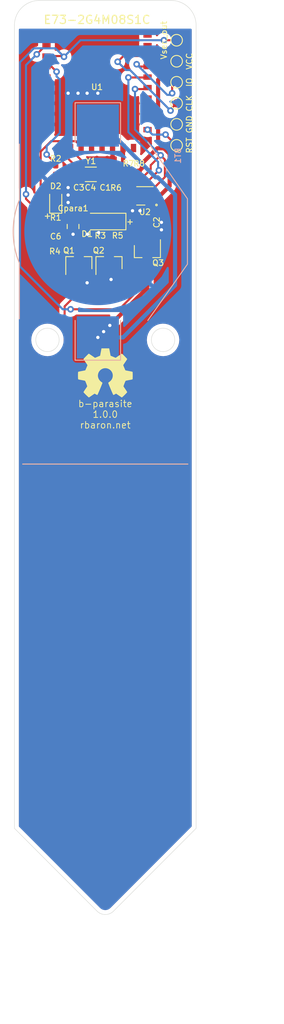
<source format=kicad_pcb>
(kicad_pcb (version 20171130) (host pcbnew "(5.1.2-1)-1")

  (general
    (thickness 1.6)
    (drawings 18)
    (tracks 242)
    (zones 0)
    (modules 30)
    (nets 34)
  )

  (page A4)
  (title_block
    (title b-parasite)
    (date 2021-03-12)
    (rev 1.0.0)
    (company rbaron.net)
  )

  (layers
    (0 F.Cu signal)
    (31 B.Cu signal)
    (32 B.Adhes user)
    (33 F.Adhes user)
    (34 B.Paste user)
    (35 F.Paste user)
    (36 B.SilkS user)
    (37 F.SilkS user)
    (38 B.Mask user)
    (39 F.Mask user)
    (40 Dwgs.User user)
    (41 Cmts.User user)
    (42 Eco1.User user hide)
    (43 Eco2.User user hide)
    (44 Edge.Cuts user)
    (45 Margin user)
    (46 B.CrtYd user)
    (47 F.CrtYd user)
    (48 B.Fab user)
    (49 F.Fab user)
  )

  (setup
    (last_trace_width 0.25)
    (user_trace_width 0.5)
    (user_trace_width 5)
    (user_trace_width 10)
    (trace_clearance 0.2)
    (zone_clearance 0.508)
    (zone_45_only no)
    (trace_min 0.2)
    (via_size 0.8)
    (via_drill 0.4)
    (via_min_size 0.4)
    (via_min_drill 0.3)
    (uvia_size 0.3)
    (uvia_drill 0.1)
    (uvias_allowed no)
    (uvia_min_size 0.2)
    (uvia_min_drill 0.1)
    (edge_width 0.05)
    (segment_width 0.2)
    (pcb_text_width 0.3)
    (pcb_text_size 1.5 1.5)
    (mod_edge_width 0.12)
    (mod_text_size 0.7 0.7)
    (mod_text_width 0.12)
    (pad_size 6 5.5)
    (pad_drill 0)
    (pad_to_mask_clearance 0.051)
    (solder_mask_min_width 0.25)
    (aux_axis_origin 0 0)
    (visible_elements FFFFFFFF)
    (pcbplotparams
      (layerselection 0x010fc_ffffffff)
      (usegerberextensions false)
      (usegerberattributes false)
      (usegerberadvancedattributes false)
      (creategerberjobfile false)
      (excludeedgelayer true)
      (linewidth 0.100000)
      (plotframeref false)
      (viasonmask false)
      (mode 1)
      (useauxorigin false)
      (hpglpennumber 1)
      (hpglpenspeed 20)
      (hpglpendiameter 15.000000)
      (psnegative false)
      (psa4output false)
      (plotreference true)
      (plotvalue true)
      (plotinvisibletext false)
      (padsonsilk false)
      (subtractmaskfromsilk false)
      (outputformat 1)
      (mirror false)
      (drillshape 0)
      (scaleselection 1)
      (outputdirectory ""))
  )

  (net 0 "")
  (net 1 GND)
  (net 2 /Csen+)
  (net 3 /PWM)
  (net 4 "Net-(C6-Pad1)")
  (net 5 "Net-(Q2-Pad3)")
  (net 6 "Net-(Q1-Pad3)")
  (net 7 "Net-(BT1-Pad1)")
  (net 8 /SENS_OUT)
  (net 9 "Net-(D2-Pad2)")
  (net 10 +3V0)
  (net 11 /LED)
  (net 12 /FAST_DISCH_EN)
  (net 13 "Net-(TP1-Pad1)")
  (net 14 "Net-(TP2-Pad1)")
  (net 15 "Net-(TP5-Pad1)")
  (net 16 "Net-(U1-Pad41)")
  (net 17 "Net-(U1-Pad31)")
  (net 18 "Net-(U1-Pad29)")
  (net 19 "Net-(U1-Pad25)")
  (net 20 "Net-(U1-Pad10)")
  (net 21 "Net-(U1-Pad9)")
  (net 22 "Net-(U1-Pad8)")
  (net 23 "Net-(U1-Pad7)")
  (net 24 "Net-(U1-Pad6)")
  (net 25 /SCL)
  (net 26 /SDA)
  (net 27 "Net-(C3-Pad1)")
  (net 28 "Net-(C4-Pad2)")
  (net 29 "Net-(U1-Pad43)")
  (net 30 "Net-(U1-Pad27)")
  (net 31 "Net-(U1-Pad17)")
  (net 32 "Net-(U2-Pad5)")
  (net 33 "Net-(U1-Pad1)")

  (net_class Default "This is the default net class."
    (clearance 0.2)
    (trace_width 0.25)
    (via_dia 0.8)
    (via_drill 0.4)
    (uvia_dia 0.3)
    (uvia_drill 0.1)
    (add_net +3V0)
    (add_net /Csen+)
    (add_net /FAST_DISCH_EN)
    (add_net /LED)
    (add_net /PWM)
    (add_net /SCL)
    (add_net /SDA)
    (add_net /SENS_OUT)
    (add_net GND)
    (add_net "Net-(BT1-Pad1)")
    (add_net "Net-(C3-Pad1)")
    (add_net "Net-(C4-Pad2)")
    (add_net "Net-(C6-Pad1)")
    (add_net "Net-(D2-Pad2)")
    (add_net "Net-(Q1-Pad3)")
    (add_net "Net-(Q2-Pad3)")
    (add_net "Net-(TP1-Pad1)")
    (add_net "Net-(TP2-Pad1)")
    (add_net "Net-(TP5-Pad1)")
    (add_net "Net-(U1-Pad1)")
    (add_net "Net-(U1-Pad10)")
    (add_net "Net-(U1-Pad17)")
    (add_net "Net-(U1-Pad25)")
    (add_net "Net-(U1-Pad27)")
    (add_net "Net-(U1-Pad29)")
    (add_net "Net-(U1-Pad31)")
    (add_net "Net-(U1-Pad41)")
    (add_net "Net-(U1-Pad43)")
    (add_net "Net-(U1-Pad6)")
    (add_net "Net-(U1-Pad7)")
    (add_net "Net-(U1-Pad8)")
    (add_net "Net-(U1-Pad9)")
    (add_net "Net-(U2-Pad5)")
  )

  (module Symbol:OSHW-Symbol_6.7x6mm_SilkScreen (layer F.Cu) (tedit 0) (tstamp 604C9296)
    (at 68 72)
    (descr "Open Source Hardware Symbol")
    (tags "Logo Symbol OSHW")
    (attr virtual)
    (fp_text reference REF** (at 0 0) (layer F.SilkS) hide
      (effects (font (size 1 1) (thickness 0.15)))
    )
    (fp_text value OSHW-Symbol_6.7x6mm_SilkScreen (at 0.75 0) (layer F.Fab) hide
      (effects (font (size 1 1) (thickness 0.15)))
    )
    (fp_poly (pts (xy 0.555814 -2.531069) (xy 0.639635 -2.086445) (xy 0.94892 -1.958947) (xy 1.258206 -1.831449)
      (xy 1.629246 -2.083754) (xy 1.733157 -2.154004) (xy 1.827087 -2.216728) (xy 1.906652 -2.269062)
      (xy 1.96747 -2.308143) (xy 2.005157 -2.331107) (xy 2.015421 -2.336058) (xy 2.03391 -2.323324)
      (xy 2.07342 -2.288118) (xy 2.129522 -2.234938) (xy 2.197787 -2.168282) (xy 2.273786 -2.092646)
      (xy 2.353092 -2.012528) (xy 2.431275 -1.932426) (xy 2.503907 -1.856836) (xy 2.566559 -1.790255)
      (xy 2.614803 -1.737182) (xy 2.64421 -1.702113) (xy 2.651241 -1.690377) (xy 2.641123 -1.66874)
      (xy 2.612759 -1.621338) (xy 2.569129 -1.552807) (xy 2.513218 -1.467785) (xy 2.448006 -1.370907)
      (xy 2.410219 -1.31565) (xy 2.341343 -1.214752) (xy 2.28014 -1.123701) (xy 2.229578 -1.04703)
      (xy 2.192628 -0.989272) (xy 2.172258 -0.954957) (xy 2.169197 -0.947746) (xy 2.176136 -0.927252)
      (xy 2.195051 -0.879487) (xy 2.223087 -0.811168) (xy 2.257391 -0.729011) (xy 2.295109 -0.63973)
      (xy 2.333387 -0.550042) (xy 2.36937 -0.466662) (xy 2.400206 -0.396306) (xy 2.423039 -0.34569)
      (xy 2.435017 -0.321529) (xy 2.435724 -0.320578) (xy 2.454531 -0.315964) (xy 2.504618 -0.305672)
      (xy 2.580793 -0.290713) (xy 2.677865 -0.272099) (xy 2.790643 -0.250841) (xy 2.856442 -0.238582)
      (xy 2.97695 -0.215638) (xy 3.085797 -0.193805) (xy 3.177476 -0.174278) (xy 3.246481 -0.158252)
      (xy 3.287304 -0.146921) (xy 3.295511 -0.143326) (xy 3.303548 -0.118994) (xy 3.310033 -0.064041)
      (xy 3.31497 0.015108) (xy 3.318364 0.112026) (xy 3.320218 0.220287) (xy 3.320538 0.333465)
      (xy 3.319327 0.445135) (xy 3.31659 0.548868) (xy 3.312331 0.638241) (xy 3.306555 0.706826)
      (xy 3.299267 0.748197) (xy 3.294895 0.75681) (xy 3.268764 0.767133) (xy 3.213393 0.781892)
      (xy 3.136107 0.799352) (xy 3.04423 0.81778) (xy 3.012158 0.823741) (xy 2.857524 0.852066)
      (xy 2.735375 0.874876) (xy 2.641673 0.89308) (xy 2.572384 0.907583) (xy 2.523471 0.919292)
      (xy 2.490897 0.929115) (xy 2.470628 0.937956) (xy 2.458626 0.946724) (xy 2.456947 0.948457)
      (xy 2.440184 0.976371) (xy 2.414614 1.030695) (xy 2.382788 1.104777) (xy 2.34726 1.191965)
      (xy 2.310583 1.285608) (xy 2.275311 1.379052) (xy 2.243996 1.465647) (xy 2.219193 1.53874)
      (xy 2.203454 1.591678) (xy 2.199332 1.617811) (xy 2.199676 1.618726) (xy 2.213641 1.640086)
      (xy 2.245322 1.687084) (xy 2.291391 1.754827) (xy 2.348518 1.838423) (xy 2.413373 1.932982)
      (xy 2.431843 1.959854) (xy 2.497699 2.057275) (xy 2.55565 2.146163) (xy 2.602538 2.221412)
      (xy 2.635207 2.27792) (xy 2.6505 2.310581) (xy 2.651241 2.314593) (xy 2.638392 2.335684)
      (xy 2.602888 2.377464) (xy 2.549293 2.435445) (xy 2.482171 2.505135) (xy 2.406087 2.582045)
      (xy 2.325604 2.661683) (xy 2.245287 2.739561) (xy 2.169699 2.811186) (xy 2.103405 2.87207)
      (xy 2.050969 2.917721) (xy 2.016955 2.94365) (xy 2.007545 2.947883) (xy 1.985643 2.937912)
      (xy 1.9408 2.91102) (xy 1.880321 2.871736) (xy 1.833789 2.840117) (xy 1.749475 2.782098)
      (xy 1.649626 2.713784) (xy 1.549473 2.645579) (xy 1.495627 2.609075) (xy 1.313371 2.4858)
      (xy 1.160381 2.56852) (xy 1.090682 2.604759) (xy 1.031414 2.632926) (xy 0.991311 2.648991)
      (xy 0.981103 2.651226) (xy 0.968829 2.634722) (xy 0.944613 2.588082) (xy 0.910263 2.515609)
      (xy 0.867588 2.421606) (xy 0.818394 2.310374) (xy 0.76449 2.186215) (xy 0.707684 2.053432)
      (xy 0.649782 1.916327) (xy 0.592593 1.779202) (xy 0.537924 1.646358) (xy 0.487584 1.522098)
      (xy 0.44338 1.410725) (xy 0.407119 1.316539) (xy 0.380609 1.243844) (xy 0.365658 1.196941)
      (xy 0.363254 1.180833) (xy 0.382311 1.160286) (xy 0.424036 1.126933) (xy 0.479706 1.087702)
      (xy 0.484378 1.084599) (xy 0.628264 0.969423) (xy 0.744283 0.835053) (xy 0.83143 0.685784)
      (xy 0.888699 0.525913) (xy 0.915086 0.359737) (xy 0.909585 0.191552) (xy 0.87119 0.025655)
      (xy 0.798895 -0.133658) (xy 0.777626 -0.168513) (xy 0.666996 -0.309263) (xy 0.536302 -0.422286)
      (xy 0.390064 -0.506997) (xy 0.232808 -0.562806) (xy 0.069057 -0.589126) (xy -0.096667 -0.58537)
      (xy -0.259838 -0.55095) (xy -0.415935 -0.485277) (xy -0.560433 -0.387765) (xy -0.605131 -0.348187)
      (xy -0.718888 -0.224297) (xy -0.801782 -0.093876) (xy -0.858644 0.052315) (xy -0.890313 0.197088)
      (xy -0.898131 0.35986) (xy -0.872062 0.52344) (xy -0.814755 0.682298) (xy -0.728856 0.830906)
      (xy -0.617014 0.963735) (xy -0.481877 1.075256) (xy -0.464117 1.087011) (xy -0.40785 1.125508)
      (xy -0.365077 1.158863) (xy -0.344628 1.18016) (xy -0.344331 1.180833) (xy -0.348721 1.203871)
      (xy -0.366124 1.256157) (xy -0.394732 1.33339) (xy -0.432735 1.431268) (xy -0.478326 1.545491)
      (xy -0.529697 1.671758) (xy -0.585038 1.805767) (xy -0.642542 1.943218) (xy -0.700399 2.079808)
      (xy -0.756802 2.211237) (xy -0.809942 2.333205) (xy -0.85801 2.441409) (xy -0.899199 2.531549)
      (xy -0.931699 2.599323) (xy -0.953703 2.64043) (xy -0.962564 2.651226) (xy -0.98964 2.642819)
      (xy -1.040303 2.620272) (xy -1.105817 2.587613) (xy -1.141841 2.56852) (xy -1.294832 2.4858)
      (xy -1.477088 2.609075) (xy -1.570125 2.672228) (xy -1.671985 2.741727) (xy -1.767438 2.807165)
      (xy -1.81525 2.840117) (xy -1.882495 2.885273) (xy -1.939436 2.921057) (xy -1.978646 2.942938)
      (xy -1.991381 2.947563) (xy -2.009917 2.935085) (xy -2.050941 2.900252) (xy -2.110475 2.846678)
      (xy -2.184542 2.777983) (xy -2.269165 2.697781) (xy -2.322685 2.646286) (xy -2.416319 2.554286)
      (xy -2.497241 2.471999) (xy -2.562177 2.402945) (xy -2.607858 2.350644) (xy -2.631011 2.318616)
      (xy -2.633232 2.312116) (xy -2.622924 2.287394) (xy -2.594439 2.237405) (xy -2.550937 2.167212)
      (xy -2.495577 2.081875) (xy -2.43152 1.986456) (xy -2.413303 1.959854) (xy -2.346927 1.863167)
      (xy -2.287378 1.776117) (xy -2.237984 1.703595) (xy -2.202075 1.650493) (xy -2.182981 1.621703)
      (xy -2.181136 1.618726) (xy -2.183895 1.595782) (xy -2.198538 1.545336) (xy -2.222513 1.474041)
      (xy -2.253266 1.388547) (xy -2.288244 1.295507) (xy -2.324893 1.201574) (xy -2.360661 1.113399)
      (xy -2.392994 1.037634) (xy -2.419338 0.980931) (xy -2.437142 0.949943) (xy -2.438407 0.948457)
      (xy -2.449294 0.939601) (xy -2.467682 0.930843) (xy -2.497606 0.921277) (xy -2.543103 0.909996)
      (xy -2.608209 0.896093) (xy -2.696961 0.878663) (xy -2.813393 0.856798) (xy -2.961542 0.829591)
      (xy -2.993618 0.823741) (xy -3.088686 0.805374) (xy -3.171565 0.787405) (xy -3.23493 0.771569)
      (xy -3.271458 0.7596) (xy -3.276356 0.75681) (xy -3.284427 0.732072) (xy -3.290987 0.67679)
      (xy -3.296033 0.597389) (xy -3.299559 0.500296) (xy -3.301561 0.391938) (xy -3.302036 0.27874)
      (xy -3.300977 0.167128) (xy -3.298382 0.063529) (xy -3.294246 -0.025632) (xy -3.288563 -0.093928)
      (xy -3.281331 -0.134934) (xy -3.276971 -0.143326) (xy -3.252698 -0.151792) (xy -3.197426 -0.165565)
      (xy -3.116662 -0.18345) (xy -3.015912 -0.204252) (xy -2.900683 -0.226777) (xy -2.837902 -0.238582)
      (xy -2.718787 -0.260849) (xy -2.612565 -0.281021) (xy -2.524427 -0.298085) (xy -2.459566 -0.311031)
      (xy -2.423174 -0.318845) (xy -2.417184 -0.320578) (xy -2.407061 -0.34011) (xy -2.385662 -0.387157)
      (xy -2.355839 -0.454997) (xy -2.320445 -0.536909) (xy -2.282332 -0.626172) (xy -2.244353 -0.716065)
      (xy -2.20936 -0.799865) (xy -2.180206 -0.870853) (xy -2.159743 -0.922306) (xy -2.150823 -0.947503)
      (xy -2.150657 -0.948604) (xy -2.160769 -0.968481) (xy -2.189117 -1.014223) (xy -2.232723 -1.081283)
      (xy -2.288606 -1.165116) (xy -2.353787 -1.261174) (xy -2.391679 -1.31635) (xy -2.460725 -1.417519)
      (xy -2.52205 -1.50937) (xy -2.572663 -1.587256) (xy -2.609571 -1.646531) (xy -2.629782 -1.682549)
      (xy -2.632701 -1.690623) (xy -2.620153 -1.709416) (xy -2.585463 -1.749543) (xy -2.533063 -1.806507)
      (xy -2.467384 -1.875815) (xy -2.392856 -1.952969) (xy -2.313913 -2.033475) (xy -2.234983 -2.112837)
      (xy -2.1605 -2.18656) (xy -2.094894 -2.250148) (xy -2.042596 -2.299106) (xy -2.008039 -2.328939)
      (xy -1.996478 -2.336058) (xy -1.977654 -2.326047) (xy -1.932631 -2.297922) (xy -1.865787 -2.254546)
      (xy -1.781499 -2.198782) (xy -1.684144 -2.133494) (xy -1.610707 -2.083754) (xy -1.239667 -1.831449)
      (xy -0.621095 -2.086445) (xy -0.537275 -2.531069) (xy -0.453454 -2.975693) (xy 0.471994 -2.975693)
      (xy 0.555814 -2.531069)) (layer F.SilkS) (width 0.01))
  )

  (module kicad:Sensirion_DFN-4-1EP_2x2mm_P1mm_EP0.7x1.6mm (layer F.Cu) (tedit 5DC7035C) (tstamp 604C6CC1)
    (at 72.8 50.6 180)
    (descr "DFN, 4 Pin (https://www.sensirion.com/fileadmin/user_upload/customers/sensirion/Dokumente/0_Datasheets/Humidity/Sensirion_Humidity_Sensors_SHTC3_Datasheet.pdf)")
    (tags "Sensirion DFN NoLead")
    (path /6052CFBE)
    (attr smd)
    (fp_text reference U2 (at 0 -1.95) (layer F.SilkS)
      (effects (font (size 0.7 0.7) (thickness 0.12)))
    )
    (fp_text value SHTC3 (at 0 1.95) (layer F.Fab)
      (effects (font (size 1 1) (thickness 0.15)))
    )
    (fp_text user %R (at 0 0) (layer F.Fab)
      (effects (font (size 0.7 0.7) (thickness 0.12)))
    )
    (fp_line (start 1.45 -1.25) (end -1.45 -1.25) (layer F.CrtYd) (width 0.05))
    (fp_line (start 1.45 1.25) (end 1.45 -1.25) (layer F.CrtYd) (width 0.05))
    (fp_line (start -1.45 1.25) (end 1.45 1.25) (layer F.CrtYd) (width 0.05))
    (fp_line (start -1.45 -1.25) (end -1.45 1.25) (layer F.CrtYd) (width 0.05))
    (fp_line (start -1 -0.5) (end -0.5 -1) (layer F.Fab) (width 0.1))
    (fp_line (start -1 1) (end -1 -0.5) (layer F.Fab) (width 0.1))
    (fp_line (start 1 1) (end -1 1) (layer F.Fab) (width 0.1))
    (fp_line (start 1 -1) (end 1 1) (layer F.Fab) (width 0.1))
    (fp_line (start -0.5 -1) (end 1 -1) (layer F.Fab) (width 0.1))
    (fp_line (start -1 1.11) (end 1 1.11) (layer F.SilkS) (width 0.12))
    (fp_line (start 0 -1.11) (end 1 -1.11) (layer F.SilkS) (width 0.12))
    (pad "" smd roundrect (at 0 0 180) (size 0.5 1.4) (layers F.Paste) (roundrect_rratio 0.25))
    (pad "" smd roundrect (at 1.025 -0.5) (size 0.55 0.35) (layers F.Paste) (roundrect_rratio 0.25))
    (pad "" smd roundrect (at 1.025 0.5) (size 0.55 0.35) (layers F.Paste) (roundrect_rratio 0.25))
    (pad "" smd roundrect (at -1.025 0.5 180) (size 0.55 0.35) (layers F.Paste) (roundrect_rratio 0.25))
    (pad "" smd roundrect (at -1.025 -0.5 180) (size 0.55 0.35) (layers F.Paste) (roundrect_rratio 0.25))
    (pad 5 smd roundrect (at 0 0 180) (size 0.7 1.6) (layers F.Cu F.Mask) (roundrect_rratio 0.25)
      (net 32 "Net-(U2-Pad5)"))
    (pad 4 smd roundrect (at 0.925 -0.5 180) (size 0.55 0.35) (layers F.Cu F.Mask) (roundrect_rratio 0.25)
      (net 1 GND))
    (pad 3 smd roundrect (at 0.925 0.5 180) (size 0.55 0.35) (layers F.Cu F.Mask) (roundrect_rratio 0.25)
      (net 26 /SDA))
    (pad 2 smd roundrect (at -0.925 0.5 180) (size 0.55 0.35) (layers F.Cu F.Mask) (roundrect_rratio 0.25)
      (net 25 /SCL))
    (pad 1 smd roundrect (at -0.925 -0.5 180) (size 0.55 0.35) (layers F.Cu F.Mask) (roundrect_rratio 0.25)
      (net 10 +3V0))
    (model ${KISYS3DMOD}/Sensor_Humidity.3dshapes/Sensirion_DFN-4-1EP_2x2mm_P1mm_EP0.7x1.6mm.wrl
      (at (xyz 0 0 0))
      (scale (xyz 1 1 1))
      (rotate (xyz 0 0 0))
    )
  )

  (module nrfmicro:E73-2G4M08S1C-52840 (layer F.Cu) (tedit 604B87B9) (tstamp 604BF063)
    (at 67 45.2 90)
    (path /604C2391)
    (fp_text reference U1 (at 7.746775 -0.000467) (layer F.SilkS)
      (effects (font (size 0.7 0.7) (thickness 0.12)))
    )
    (fp_text value E73-2G4M08S1C-52840 (at 9.778775 -0.635467) (layer F.Fab)
      (effects (font (size 1 1) (thickness 0.15)))
    )
    (fp_line (start -0.127 -6.604) (end -0.127 6.604) (layer F.Fab) (width 0.15))
    (fp_line (start -0.127 6.604) (end 18.034 6.604) (layer F.Fab) (width 0.15))
    (fp_line (start 18.034 6.604) (end 18.034 -6.604) (layer F.Fab) (width 0.15))
    (fp_line (start 18.034 -6.604) (end -0.127 -6.604) (layer F.Fab) (width 0.15))
    (fp_text user E73-2G4M08S1C (at 15.875 0 180) (layer F.SilkS)
      (effects (font (size 1 1) (thickness 0.15)))
    )
    (pad 10 smd rect (at 2.6 -6.119 90) (size 0.65 1) (layers F.Cu F.Paste F.Mask)
      (net 20 "Net-(U1-Pad10)"))
    (pad 9 smd rect (at 3.87 -6.119 90) (size 0.65 1) (layers F.Cu F.Paste F.Mask)
      (net 21 "Net-(U1-Pad9)"))
    (pad 8 smd rect (at 5.14 -6.119 90) (size 0.65 1) (layers F.Cu F.Paste F.Mask)
      (net 22 "Net-(U1-Pad8)"))
    (pad 7 smd rect (at 6.41 -6.119 90) (size 0.65 1) (layers F.Cu F.Paste F.Mask)
      (net 23 "Net-(U1-Pad7)"))
    (pad 6 smd rect (at 7.68 -6.119 90) (size 0.65 1) (layers F.Cu F.Paste F.Mask)
      (net 24 "Net-(U1-Pad6)"))
    (pad 5 smd rect (at 8.95 -6.119 90) (size 0.65 1) (layers F.Cu F.Paste F.Mask)
      (net 1 GND))
    (pad 4 smd rect (at 10.22 -6.119 90) (size 0.65 1) (layers F.Cu F.Paste F.Mask)
      (net 11 /LED))
    (pad 3 smd rect (at 11.49 -6.119 90) (size 0.65 1) (layers F.Cu F.Paste F.Mask)
      (net 8 /SENS_OUT))
    (pad 2 smd rect (at 12.76 -6.119 90) (size 0.65 1) (layers F.Cu F.Paste F.Mask)
      (net 12 /FAST_DISCH_EN))
    (pad 1 smd rect (at 14.03 -6.119 90) (size 0.65 1) (layers F.Cu F.Paste F.Mask)
      (net 33 "Net-(U1-Pad1)"))
    (pad 31 smd rect (at 6.41 6.119 90) (size 0.65 1) (layers F.Cu F.Paste F.Mask)
      (net 17 "Net-(U1-Pad31)"))
    (pad 43 smd rect (at 14.03 6.119 90) (size 0.65 1) (layers F.Cu F.Paste F.Mask)
      (net 29 "Net-(U1-Pad43)"))
    (pad 33 smd rect (at 7.68 6.119 90) (size 0.65 1) (layers F.Cu F.Paste F.Mask)
      (net 25 /SCL))
    (pad 41 smd rect (at 12.76 6.119 90) (size 0.65 1) (layers F.Cu F.Paste F.Mask)
      (net 16 "Net-(U1-Pad41)"))
    (pad 39 smd rect (at 11.49 6.119 90) (size 0.65 1) (layers F.Cu F.Paste F.Mask)
      (net 14 "Net-(TP2-Pad1)"))
    (pad 37 smd rect (at 10.22 6.119 90) (size 0.65 1) (layers F.Cu F.Paste F.Mask)
      (net 13 "Net-(TP1-Pad1)"))
    (pad 29 smd rect (at 5.14 6.119 90) (size 0.65 1) (layers F.Cu F.Paste F.Mask)
      (net 18 "Net-(U1-Pad29)"))
    (pad 35 smd rect (at 8.95 6.119 90) (size 0.65 1) (layers F.Cu F.Paste F.Mask)
      (net 26 /SDA))
    (pad 27 smd rect (at 3.87 6.119 90) (size 0.65 1) (layers F.Cu F.Paste F.Mask)
      (net 30 "Net-(U1-Pad27)"))
    (pad 26 smd rect (at 2.6 6.119 90) (size 0.65 1) (layers F.Cu F.Paste F.Mask)
      (net 15 "Net-(TP5-Pad1)"))
    (pad 23 smd rect (at 0.381 3.15 180) (size 0.65 1) (layers F.Cu F.Paste F.Mask)
      (net 10 +3V0))
    (pad 11 smd rect (at 0.381 -4.47 180) (size 0.65 1) (layers F.Cu F.Paste F.Mask)
      (net 27 "Net-(C3-Pad1)"))
    (pad 21 smd rect (at 0.381 1.88 180) (size 0.65 1) (layers F.Cu F.Paste F.Mask)
      (net 1 GND))
    (pad 13 smd rect (at 0.381 -3.2 180) (size 0.65 1) (layers F.Cu F.Paste F.Mask)
      (net 28 "Net-(C4-Pad2)"))
    (pad 15 smd rect (at 0.381 -1.93 180) (size 0.65 1) (layers F.Cu F.Paste F.Mask)
      (net 3 /PWM))
    (pad 17 smd rect (at 0.381 -0.66 180) (size 0.65 1) (layers F.Cu F.Paste F.Mask)
      (net 31 "Net-(U1-Pad17)"))
    (pad 25 smd rect (at 0.381 4.42 180) (size 0.65 1) (layers F.Cu F.Paste F.Mask)
      (net 19 "Net-(U1-Pad25)"))
    (pad 19 smd rect (at 0.381 0.61 180) (size 0.65 1) (layers F.Cu F.Paste F.Mask)
      (net 10 +3V0))
  )

  (module kicad:BatteryHolder_Keystone_3002_1x2032 (layer B.Cu) (tedit 5D9C7E9A) (tstamp 60358E5D)
    (at 67.1 54.9 270)
    (descr https://www.tme.eu/it/Document/a823211ec201a9e209042d155fe22d2b/KEYS2996.pdf)
    (tags "BR2016 CR2016 DL2016 BR2020 CL2020 BR2025 CR2025 DL2025 DR2032 CR2032 DL2032")
    (path /60386A6F)
    (attr smd)
    (fp_text reference BT1 (at -9.15 -9.7 90) (layer B.SilkS)
      (effects (font (size 0.7 0.7) (thickness 0.12)) (justify mirror))
    )
    (fp_text value Battery_Cell (at 0 11 90) (layer B.Fab)
      (effects (font (size 1 1) (thickness 0.15)) (justify mirror))
    )
    (fp_line (start -15.35 2.55) (end -15.35 -2.55) (layer B.Fab) (width 0.1))
    (fp_line (start -15.35 -2.55) (end -10.55 -2.55) (layer B.Fab) (width 0.1))
    (fp_line (start -15.35 2.55) (end -10.55 2.55) (layer B.Fab) (width 0.1))
    (fp_line (start -10.55 -2.55) (end -10.55 -5.85) (layer B.Fab) (width 0.1))
    (fp_line (start 10.55 -2.55) (end 10.55 -5.9) (layer B.Fab) (width 0.1))
    (fp_line (start -3.8 -10.6) (end 3.8 -10.6) (layer B.Fab) (width 0.1))
    (fp_line (start 10.55 -2.55) (end 15.35 -2.55) (layer B.Fab) (width 0.1))
    (fp_line (start 15.35 -2.55) (end 15.35 2.55) (layer B.Fab) (width 0.1))
    (fp_line (start 15.35 2.55) (end 10.55 2.55) (layer B.Fab) (width 0.1))
    (fp_line (start 10.55 2.55) (end 10.55 9.3) (layer B.Fab) (width 0.1))
    (fp_line (start 10.55 9.3) (end -10.55 9.3) (layer B.Fab) (width 0.1))
    (fp_line (start -10.55 2.55) (end -10.55 9.3) (layer B.Fab) (width 0.1))
    (fp_line (start -10.55 -5.85) (end -3.8 -10.6) (layer B.Fab) (width 0.1))
    (fp_line (start -10.8 -6.05) (end -3.95 -10.85) (layer B.SilkS) (width 0.12))
    (fp_line (start -3.95 -10.85) (end 3.95 -10.85) (layer B.SilkS) (width 0.12))
    (fp_line (start 3.95 -10.85) (end 10.75 -6.05) (layer B.SilkS) (width 0.12))
    (fp_line (start 10.55 -5.9) (end 3.8 -10.6) (layer B.Fab) (width 0.1))
    (fp_circle (center 0 0) (end 10 0) (layer Dwgs.User) (width 0.2))
    (fp_line (start -10.55 9.5) (end -3.85 9.5) (layer B.SilkS) (width 0.12))
    (fp_arc (start 0 0) (end 3.85 9.5) (angle 44.1) (layer B.SilkS) (width 0.12))
    (fp_line (start 10.55 9.5) (end 3.85 9.5) (layer B.SilkS) (width 0.12))
    (fp_line (start -15.85 3.05) (end -11.05 3.05) (layer B.CrtYd) (width 0.05))
    (fp_line (start -11.05 3.05) (end -11.05 9.8) (layer B.CrtYd) (width 0.05))
    (fp_line (start -11.05 9.8) (end -3.9 9.8) (layer B.CrtYd) (width 0.05))
    (fp_arc (start 0 0) (end 3.9 9.8) (angle 43.40107348) (layer B.CrtYd) (width 0.05))
    (fp_line (start 11.05 9.8) (end 3.9 9.8) (layer B.CrtYd) (width 0.05))
    (fp_line (start 11.05 9.8) (end 11.05 3.05) (layer B.CrtYd) (width 0.05))
    (fp_line (start 11.05 3.05) (end 15.85 3.05) (layer B.CrtYd) (width 0.05))
    (fp_line (start 15.85 3.05) (end 15.85 -3.05) (layer B.CrtYd) (width 0.05))
    (fp_line (start 15.85 -3.05) (end 11.05 -3.05) (layer B.CrtYd) (width 0.05))
    (fp_line (start 11.05 -3.05) (end 11.05 -6.35) (layer B.CrtYd) (width 0.05))
    (fp_line (start 11.05 -6.35) (end 4.3 -11.1) (layer B.CrtYd) (width 0.05))
    (fp_line (start 4.3 -11.1) (end -4.3 -11.1) (layer B.CrtYd) (width 0.05))
    (fp_line (start -4.3 -11.1) (end -11.05 -6.35) (layer B.CrtYd) (width 0.05))
    (fp_line (start -11.05 -6.35) (end -11.05 -3.05) (layer B.CrtYd) (width 0.05))
    (fp_line (start -11.05 -3.05) (end -15.85 -3.05) (layer B.CrtYd) (width 0.05))
    (fp_line (start -15.85 -3.05) (end -15.85 3.05) (layer B.CrtYd) (width 0.05))
    (fp_line (start -10.75 2.75) (end -15.55 2.75) (layer B.SilkS) (width 0.12))
    (fp_line (start -15.55 2.75) (end -15.55 -2.75) (layer B.SilkS) (width 0.12))
    (fp_line (start -15.55 -2.75) (end -10.75 -2.75) (layer B.SilkS) (width 0.12))
    (fp_line (start 10.75 -2.75) (end 15.55 -2.75) (layer B.SilkS) (width 0.12))
    (fp_line (start 15.55 -2.75) (end 15.55 2.75) (layer B.SilkS) (width 0.12))
    (fp_line (start 15.55 2.75) (end 10.75 2.75) (layer B.SilkS) (width 0.12))
    (fp_text user %R (at -9.15 -9.7 90) (layer B.Fab)
      (effects (font (size 0.7 0.7) (thickness 0.12)) (justify mirror))
    )
    (pad 2 smd circle (at 0 0 270) (size 17.8 17.8) (layers B.Cu B.Mask)
      (net 1 GND))
    (pad 1 smd rect (at -12.8 0 270) (size 5.1 5.1) (layers B.Cu B.Paste B.Mask)
      (net 7 "Net-(BT1-Pad1)"))
    (pad 1 smd rect (at 12.8 0 270) (size 5.1 5.1) (layers B.Cu B.Paste B.Mask)
      (net 7 "Net-(BT1-Pad1)"))
    (model ${KISYS3DMOD}/Battery.3dshapes/BatteryHolder_Keystone_3002_1x2032.wrl
      (at (xyz 0 0 0))
      (scale (xyz 1 1 1))
      (rotate (xyz 0 0 0))
    )
  )

  (module Crystal:Crystal_SMD_3215-2Pin_3.2x1.5mm (layer F.Cu) (tedit 5A0FD1B2) (tstamp 604C1116)
    (at 66.25 48 180)
    (descr "SMD Crystal FC-135 https://support.epson.biz/td/api/doc_check.php?dl=brief_FC-135R_en.pdf")
    (tags "SMD SMT Crystal")
    (path /604E7179)
    (attr smd)
    (fp_text reference Y1 (at 0 1.6) (layer F.SilkS)
      (effects (font (size 0.7 0.7) (thickness 0.12)))
    )
    (fp_text value 32.768kHz (at 0 2) (layer F.Fab)
      (effects (font (size 1 1) (thickness 0.15)))
    )
    (fp_line (start 2 -1.15) (end 2 1.15) (layer F.CrtYd) (width 0.05))
    (fp_line (start -2 -1.15) (end -2 1.15) (layer F.CrtYd) (width 0.05))
    (fp_line (start -2 1.15) (end 2 1.15) (layer F.CrtYd) (width 0.05))
    (fp_line (start -1.6 0.75) (end 1.6 0.75) (layer F.Fab) (width 0.1))
    (fp_line (start -1.6 -0.75) (end 1.6 -0.75) (layer F.Fab) (width 0.1))
    (fp_line (start 1.6 -0.75) (end 1.6 0.75) (layer F.Fab) (width 0.1))
    (fp_line (start -0.675 -0.875) (end 0.675 -0.875) (layer F.SilkS) (width 0.12))
    (fp_line (start -0.675 0.875) (end 0.675 0.875) (layer F.SilkS) (width 0.12))
    (fp_line (start -1.6 -0.75) (end -1.6 0.75) (layer F.Fab) (width 0.1))
    (fp_line (start -2 -1.15) (end 2 -1.15) (layer F.CrtYd) (width 0.05))
    (fp_text user %R (at 0 -0.4) (layer F.Fab)
      (effects (font (size 0.7 0.7) (thickness 0.12)))
    )
    (pad 2 smd rect (at -1.25 0 180) (size 1 1.8) (layers F.Cu F.Paste F.Mask)
      (net 28 "Net-(C4-Pad2)"))
    (pad 1 smd rect (at 1.25 0 180) (size 1 1.8) (layers F.Cu F.Paste F.Mask)
      (net 27 "Net-(C3-Pad1)"))
    (model ${KISYS3DMOD}/Crystal.3dshapes/Crystal_SMD_3215-2Pin_3.2x1.5mm.wrl
      (at (xyz 0 0 0))
      (scale (xyz 1 1 1))
      (rotate (xyz 0 0 0))
    )
  )

  (module Resistor_SMD:R_0402_1005Metric (layer F.Cu) (tedit 5B301BBD) (tstamp 604C346C)
    (at 72.1 48.085 270)
    (descr "Resistor SMD 0402 (1005 Metric), square (rectangular) end terminal, IPC_7351 nominal, (Body size source: http://www.tortai-tech.com/upload/download/2011102023233369053.pdf), generated with kicad-footprint-generator")
    (tags resistor)
    (path /60372D0F)
    (attr smd)
    (fp_text reference R8 (at -1.385 0 180) (layer F.SilkS)
      (effects (font (size 0.7 0.7) (thickness 0.12)))
    )
    (fp_text value 10k (at 0 1.17 90) (layer F.Fab)
      (effects (font (size 1 1) (thickness 0.15)))
    )
    (fp_text user %R (at 0 0 90) (layer F.Fab)
      (effects (font (size 0.7 0.7) (thickness 0.12)))
    )
    (fp_line (start 0.93 0.47) (end -0.93 0.47) (layer F.CrtYd) (width 0.05))
    (fp_line (start 0.93 -0.47) (end 0.93 0.47) (layer F.CrtYd) (width 0.05))
    (fp_line (start -0.93 -0.47) (end 0.93 -0.47) (layer F.CrtYd) (width 0.05))
    (fp_line (start -0.93 0.47) (end -0.93 -0.47) (layer F.CrtYd) (width 0.05))
    (fp_line (start 0.5 0.25) (end -0.5 0.25) (layer F.Fab) (width 0.1))
    (fp_line (start 0.5 -0.25) (end 0.5 0.25) (layer F.Fab) (width 0.1))
    (fp_line (start -0.5 -0.25) (end 0.5 -0.25) (layer F.Fab) (width 0.1))
    (fp_line (start -0.5 0.25) (end -0.5 -0.25) (layer F.Fab) (width 0.1))
    (pad 2 smd roundrect (at 0.485 0 270) (size 0.59 0.64) (layers F.Cu F.Paste F.Mask) (roundrect_rratio 0.25)
      (net 25 /SCL))
    (pad 1 smd roundrect (at -0.485 0 270) (size 0.59 0.64) (layers F.Cu F.Paste F.Mask) (roundrect_rratio 0.25)
      (net 10 +3V0))
    (model ${KISYS3DMOD}/Resistor_SMD.3dshapes/R_0402_1005Metric.wrl
      (at (xyz 0 0 0))
      (scale (xyz 1 1 1))
      (rotate (xyz 0 0 0))
    )
  )

  (module Resistor_SMD:R_0402_1005Metric (layer F.Cu) (tedit 5B301BBD) (tstamp 604C3442)
    (at 70.7 48.085 90)
    (descr "Resistor SMD 0402 (1005 Metric), square (rectangular) end terminal, IPC_7351 nominal, (Body size source: http://www.tortai-tech.com/upload/download/2011102023233369053.pdf), generated with kicad-footprint-generator")
    (tags resistor)
    (path /6037481E)
    (attr smd)
    (fp_text reference R7 (at 1.385 0.1 180) (layer F.SilkS)
      (effects (font (size 0.7 0.7) (thickness 0.12)))
    )
    (fp_text value 10k (at 0 1.17 90) (layer F.Fab)
      (effects (font (size 1 1) (thickness 0.15)))
    )
    (fp_text user %R (at 0 0 90) (layer F.Fab)
      (effects (font (size 0.7 0.7) (thickness 0.12)))
    )
    (fp_line (start 0.93 0.47) (end -0.93 0.47) (layer F.CrtYd) (width 0.05))
    (fp_line (start 0.93 -0.47) (end 0.93 0.47) (layer F.CrtYd) (width 0.05))
    (fp_line (start -0.93 -0.47) (end 0.93 -0.47) (layer F.CrtYd) (width 0.05))
    (fp_line (start -0.93 0.47) (end -0.93 -0.47) (layer F.CrtYd) (width 0.05))
    (fp_line (start 0.5 0.25) (end -0.5 0.25) (layer F.Fab) (width 0.1))
    (fp_line (start 0.5 -0.25) (end 0.5 0.25) (layer F.Fab) (width 0.1))
    (fp_line (start -0.5 -0.25) (end 0.5 -0.25) (layer F.Fab) (width 0.1))
    (fp_line (start -0.5 0.25) (end -0.5 -0.25) (layer F.Fab) (width 0.1))
    (pad 2 smd roundrect (at 0.485 0 90) (size 0.59 0.64) (layers F.Cu F.Paste F.Mask) (roundrect_rratio 0.25)
      (net 10 +3V0))
    (pad 1 smd roundrect (at -0.485 0 90) (size 0.59 0.64) (layers F.Cu F.Paste F.Mask) (roundrect_rratio 0.25)
      (net 26 /SDA))
    (model ${KISYS3DMOD}/Resistor_SMD.3dshapes/R_0402_1005Metric.wrl
      (at (xyz 0 0 0))
      (scale (xyz 1 1 1))
      (rotate (xyz 0 0 0))
    )
  )

  (module Resistor_SMD:R_0402_1005Metric (layer F.Cu) (tedit 5B301BBD) (tstamp 600D4E5C)
    (at 69.3 50.915 90)
    (descr "Resistor SMD 0402 (1005 Metric), square (rectangular) end terminal, IPC_7351 nominal, (Body size source: http://www.tortai-tech.com/upload/download/2011102023233369053.pdf), generated with kicad-footprint-generator")
    (tags resistor)
    (path /600E7750)
    (attr smd)
    (fp_text reference R6 (at 1.285 0 180) (layer F.SilkS)
      (effects (font (size 0.7 0.7) (thickness 0.12)))
    )
    (fp_text value 1M (at 0 1.17 90) (layer F.Fab)
      (effects (font (size 1 1) (thickness 0.15)))
    )
    (fp_text user %R (at 0 0 90) (layer F.Fab)
      (effects (font (size 0.7 0.7) (thickness 0.12)))
    )
    (fp_line (start 0.93 0.47) (end -0.93 0.47) (layer F.CrtYd) (width 0.05))
    (fp_line (start 0.93 -0.47) (end 0.93 0.47) (layer F.CrtYd) (width 0.05))
    (fp_line (start -0.93 -0.47) (end 0.93 -0.47) (layer F.CrtYd) (width 0.05))
    (fp_line (start -0.93 0.47) (end -0.93 -0.47) (layer F.CrtYd) (width 0.05))
    (fp_line (start 0.5 0.25) (end -0.5 0.25) (layer F.Fab) (width 0.1))
    (fp_line (start 0.5 -0.25) (end 0.5 0.25) (layer F.Fab) (width 0.1))
    (fp_line (start -0.5 -0.25) (end 0.5 -0.25) (layer F.Fab) (width 0.1))
    (fp_line (start -0.5 0.25) (end -0.5 -0.25) (layer F.Fab) (width 0.1))
    (pad 2 smd roundrect (at 0.485 0 90) (size 0.59 0.64) (layers F.Cu F.Paste F.Mask) (roundrect_rratio 0.25)
      (net 1 GND))
    (pad 1 smd roundrect (at -0.485 0 90) (size 0.59 0.64) (layers F.Cu F.Paste F.Mask) (roundrect_rratio 0.25)
      (net 8 /SENS_OUT))
    (model ${KISYS3DMOD}/Resistor_SMD.3dshapes/R_0402_1005Metric.wrl
      (at (xyz 0 0 0))
      (scale (xyz 1 1 1))
      (rotate (xyz 0 0 0))
    )
  )

  (module Resistor_SMD:R_0402_1005Metric (layer F.Cu) (tedit 5B301BBD) (tstamp 600D4E8C)
    (at 69.385 56.3)
    (descr "Resistor SMD 0402 (1005 Metric), square (rectangular) end terminal, IPC_7351 nominal, (Body size source: http://www.tortai-tech.com/upload/download/2011102023233369053.pdf), generated with kicad-footprint-generator")
    (tags resistor)
    (path /601113E2)
    (attr smd)
    (fp_text reference R5 (at 0.115 -0.9) (layer F.SilkS)
      (effects (font (size 0.7 0.7) (thickness 0.12)))
    )
    (fp_text value 1k (at 0 1.17) (layer F.Fab)
      (effects (font (size 1 1) (thickness 0.15)))
    )
    (fp_text user %R (at 0 0) (layer F.Fab)
      (effects (font (size 0.7 0.7) (thickness 0.12)))
    )
    (fp_line (start 0.93 0.47) (end -0.93 0.47) (layer F.CrtYd) (width 0.05))
    (fp_line (start 0.93 -0.47) (end 0.93 0.47) (layer F.CrtYd) (width 0.05))
    (fp_line (start -0.93 -0.47) (end 0.93 -0.47) (layer F.CrtYd) (width 0.05))
    (fp_line (start -0.93 0.47) (end -0.93 -0.47) (layer F.CrtYd) (width 0.05))
    (fp_line (start 0.5 0.25) (end -0.5 0.25) (layer F.Fab) (width 0.1))
    (fp_line (start 0.5 -0.25) (end 0.5 0.25) (layer F.Fab) (width 0.1))
    (fp_line (start -0.5 -0.25) (end 0.5 -0.25) (layer F.Fab) (width 0.1))
    (fp_line (start -0.5 0.25) (end -0.5 -0.25) (layer F.Fab) (width 0.1))
    (pad 2 smd roundrect (at 0.485 0) (size 0.59 0.64) (layers F.Cu F.Paste F.Mask) (roundrect_rratio 0.25)
      (net 5 "Net-(Q2-Pad3)"))
    (pad 1 smd roundrect (at -0.485 0) (size 0.59 0.64) (layers F.Cu F.Paste F.Mask) (roundrect_rratio 0.25)
      (net 2 /Csen+))
    (model ${KISYS3DMOD}/Resistor_SMD.3dshapes/R_0402_1005Metric.wrl
      (at (xyz 0 0 0))
      (scale (xyz 1 1 1))
      (rotate (xyz 0 0 0))
    )
  )

  (module Resistor_SMD:R_0402_1005Metric (layer F.Cu) (tedit 5B301BBD) (tstamp 600D4EBC)
    (at 61.915 58.2 180)
    (descr "Resistor SMD 0402 (1005 Metric), square (rectangular) end terminal, IPC_7351 nominal, (Body size source: http://www.tortai-tech.com/upload/download/2011102023233369053.pdf), generated with kicad-footprint-generator")
    (tags resistor)
    (path /600FFF47)
    (attr smd)
    (fp_text reference R4 (at 0.015 0.9) (layer F.SilkS)
      (effects (font (size 0.7 0.7) (thickness 0.12)))
    )
    (fp_text value 10k (at 0 1.17) (layer F.Fab)
      (effects (font (size 1 1) (thickness 0.15)))
    )
    (fp_text user %R (at 0 0) (layer F.Fab)
      (effects (font (size 0.7 0.7) (thickness 0.12)))
    )
    (fp_line (start 0.93 0.47) (end -0.93 0.47) (layer F.CrtYd) (width 0.05))
    (fp_line (start 0.93 -0.47) (end 0.93 0.47) (layer F.CrtYd) (width 0.05))
    (fp_line (start -0.93 -0.47) (end 0.93 -0.47) (layer F.CrtYd) (width 0.05))
    (fp_line (start -0.93 0.47) (end -0.93 -0.47) (layer F.CrtYd) (width 0.05))
    (fp_line (start 0.5 0.25) (end -0.5 0.25) (layer F.Fab) (width 0.1))
    (fp_line (start 0.5 -0.25) (end 0.5 0.25) (layer F.Fab) (width 0.1))
    (fp_line (start -0.5 -0.25) (end 0.5 -0.25) (layer F.Fab) (width 0.1))
    (fp_line (start -0.5 0.25) (end -0.5 -0.25) (layer F.Fab) (width 0.1))
    (pad 2 smd roundrect (at 0.485 0 180) (size 0.59 0.64) (layers F.Cu F.Paste F.Mask) (roundrect_rratio 0.25)
      (net 3 /PWM))
    (pad 1 smd roundrect (at -0.485 0 180) (size 0.59 0.64) (layers F.Cu F.Paste F.Mask) (roundrect_rratio 0.25)
      (net 4 "Net-(C6-Pad1)"))
    (model ${KISYS3DMOD}/Resistor_SMD.3dshapes/R_0402_1005Metric.wrl
      (at (xyz 0 0 0))
      (scale (xyz 1 1 1))
      (rotate (xyz 0 0 0))
    )
  )

  (module Resistor_SMD:R_0402_1005Metric (layer F.Cu) (tedit 5B301BBD) (tstamp 600E67DD)
    (at 67.3 56.3)
    (descr "Resistor SMD 0402 (1005 Metric), square (rectangular) end terminal, IPC_7351 nominal, (Body size source: http://www.tortai-tech.com/upload/download/2011102023233369053.pdf), generated with kicad-footprint-generator")
    (tags resistor)
    (path /601057D9)
    (attr smd)
    (fp_text reference R3 (at 0.1 -0.9 180) (layer F.SilkS)
      (effects (font (size 0.7 0.7) (thickness 0.12)))
    )
    (fp_text value 1k (at 0 1.17) (layer F.Fab)
      (effects (font (size 1 1) (thickness 0.15)))
    )
    (fp_text user %R (at 0 0) (layer F.Fab)
      (effects (font (size 0.7 0.7) (thickness 0.12)))
    )
    (fp_line (start 0.93 0.47) (end -0.93 0.47) (layer F.CrtYd) (width 0.05))
    (fp_line (start 0.93 -0.47) (end 0.93 0.47) (layer F.CrtYd) (width 0.05))
    (fp_line (start -0.93 -0.47) (end 0.93 -0.47) (layer F.CrtYd) (width 0.05))
    (fp_line (start -0.93 0.47) (end -0.93 -0.47) (layer F.CrtYd) (width 0.05))
    (fp_line (start 0.5 0.25) (end -0.5 0.25) (layer F.Fab) (width 0.1))
    (fp_line (start 0.5 -0.25) (end 0.5 0.25) (layer F.Fab) (width 0.1))
    (fp_line (start -0.5 -0.25) (end 0.5 -0.25) (layer F.Fab) (width 0.1))
    (fp_line (start -0.5 0.25) (end -0.5 -0.25) (layer F.Fab) (width 0.1))
    (pad 2 smd roundrect (at 0.485 0) (size 0.59 0.64) (layers F.Cu F.Paste F.Mask) (roundrect_rratio 0.25)
      (net 6 "Net-(Q1-Pad3)"))
    (pad 1 smd roundrect (at -0.485 0) (size 0.59 0.64) (layers F.Cu F.Paste F.Mask) (roundrect_rratio 0.25)
      (net 12 /FAST_DISCH_EN))
    (model ${KISYS3DMOD}/Resistor_SMD.3dshapes/R_0402_1005Metric.wrl
      (at (xyz 0 0 0))
      (scale (xyz 1 1 1))
      (rotate (xyz 0 0 0))
    )
  )

  (module Resistor_SMD:R_0402_1005Metric (layer F.Cu) (tedit 5B301BBD) (tstamp 6035C630)
    (at 62 47.485 270)
    (descr "Resistor SMD 0402 (1005 Metric), square (rectangular) end terminal, IPC_7351 nominal, (Body size source: http://www.tortai-tech.com/upload/download/2011102023233369053.pdf), generated with kicad-footprint-generator")
    (tags resistor)
    (path /6037FE48)
    (attr smd)
    (fp_text reference R2 (at -1.385 0 180) (layer F.SilkS)
      (effects (font (size 0.7 0.7) (thickness 0.12)))
    )
    (fp_text value 1k (at 0 1.17 90) (layer F.Fab)
      (effects (font (size 1 1) (thickness 0.15)))
    )
    (fp_text user %R (at 0 0 90) (layer F.Fab)
      (effects (font (size 0.7 0.7) (thickness 0.12)))
    )
    (fp_line (start 0.93 0.47) (end -0.93 0.47) (layer F.CrtYd) (width 0.05))
    (fp_line (start 0.93 -0.47) (end 0.93 0.47) (layer F.CrtYd) (width 0.05))
    (fp_line (start -0.93 -0.47) (end 0.93 -0.47) (layer F.CrtYd) (width 0.05))
    (fp_line (start -0.93 0.47) (end -0.93 -0.47) (layer F.CrtYd) (width 0.05))
    (fp_line (start 0.5 0.25) (end -0.5 0.25) (layer F.Fab) (width 0.1))
    (fp_line (start 0.5 -0.25) (end 0.5 0.25) (layer F.Fab) (width 0.1))
    (fp_line (start -0.5 -0.25) (end 0.5 -0.25) (layer F.Fab) (width 0.1))
    (fp_line (start -0.5 0.25) (end -0.5 -0.25) (layer F.Fab) (width 0.1))
    (pad 2 smd roundrect (at 0.485 0 270) (size 0.59 0.64) (layers F.Cu F.Paste F.Mask) (roundrect_rratio 0.25)
      (net 9 "Net-(D2-Pad2)"))
    (pad 1 smd roundrect (at -0.485 0 270) (size 0.59 0.64) (layers F.Cu F.Paste F.Mask) (roundrect_rratio 0.25)
      (net 11 /LED))
    (model ${KISYS3DMOD}/Resistor_SMD.3dshapes/R_0402_1005Metric.wrl
      (at (xyz 0 0 0))
      (scale (xyz 1 1 1))
      (rotate (xyz 0 0 0))
    )
  )

  (module Resistor_SMD:R_0402_1005Metric (layer F.Cu) (tedit 5B301BBD) (tstamp 601E234E)
    (at 62 54.4)
    (descr "Resistor SMD 0402 (1005 Metric), square (rectangular) end terminal, IPC_7351 nominal, (Body size source: http://www.tortai-tech.com/upload/download/2011102023233369053.pdf), generated with kicad-footprint-generator")
    (tags resistor)
    (path /600E0E7A)
    (attr smd)
    (fp_text reference R1 (at 0 -1.17) (layer F.SilkS)
      (effects (font (size 0.7 0.7) (thickness 0.12)))
    )
    (fp_text value 10k (at 0 1.17) (layer F.Fab)
      (effects (font (size 1 1) (thickness 0.15)))
    )
    (fp_text user %R (at 0 0) (layer F.Fab)
      (effects (font (size 0.7 0.7) (thickness 0.12)))
    )
    (fp_line (start 0.93 0.47) (end -0.93 0.47) (layer F.CrtYd) (width 0.05))
    (fp_line (start 0.93 -0.47) (end 0.93 0.47) (layer F.CrtYd) (width 0.05))
    (fp_line (start -0.93 -0.47) (end 0.93 -0.47) (layer F.CrtYd) (width 0.05))
    (fp_line (start -0.93 0.47) (end -0.93 -0.47) (layer F.CrtYd) (width 0.05))
    (fp_line (start 0.5 0.25) (end -0.5 0.25) (layer F.Fab) (width 0.1))
    (fp_line (start 0.5 -0.25) (end 0.5 0.25) (layer F.Fab) (width 0.1))
    (fp_line (start -0.5 -0.25) (end 0.5 -0.25) (layer F.Fab) (width 0.1))
    (fp_line (start -0.5 0.25) (end -0.5 -0.25) (layer F.Fab) (width 0.1))
    (pad 2 smd roundrect (at 0.485 0) (size 0.59 0.64) (layers F.Cu F.Paste F.Mask) (roundrect_rratio 0.25)
      (net 2 /Csen+))
    (pad 1 smd roundrect (at -0.485 0) (size 0.59 0.64) (layers F.Cu F.Paste F.Mask) (roundrect_rratio 0.25)
      (net 3 /PWM))
    (model ${KISYS3DMOD}/Resistor_SMD.3dshapes/R_0402_1005Metric.wrl
      (at (xyz 0 0 0))
      (scale (xyz 1 1 1))
      (rotate (xyz 0 0 0))
    )
  )

  (module Package_TO_SOT_SMD:SOT-23 (layer F.Cu) (tedit 5A02FF57) (tstamp 604BD7BE)
    (at 73.1 57.3 270)
    (descr "SOT-23, Standard")
    (tags SOT-23)
    (path /604DA824)
    (attr smd)
    (fp_text reference Q3 (at 1.4 -1.3 180) (layer F.SilkS)
      (effects (font (size 0.7 0.7) (thickness 0.12)))
    )
    (fp_text value AO3407 (at 0 2.5 90) (layer F.Fab)
      (effects (font (size 1 1) (thickness 0.15)))
    )
    (fp_line (start 0.76 1.58) (end -0.7 1.58) (layer F.SilkS) (width 0.12))
    (fp_line (start 0.76 -1.58) (end -1.4 -1.58) (layer F.SilkS) (width 0.12))
    (fp_line (start -1.7 1.75) (end -1.7 -1.75) (layer F.CrtYd) (width 0.05))
    (fp_line (start 1.7 1.75) (end -1.7 1.75) (layer F.CrtYd) (width 0.05))
    (fp_line (start 1.7 -1.75) (end 1.7 1.75) (layer F.CrtYd) (width 0.05))
    (fp_line (start -1.7 -1.75) (end 1.7 -1.75) (layer F.CrtYd) (width 0.05))
    (fp_line (start 0.76 -1.58) (end 0.76 -0.65) (layer F.SilkS) (width 0.12))
    (fp_line (start 0.76 1.58) (end 0.76 0.65) (layer F.SilkS) (width 0.12))
    (fp_line (start -0.7 1.52) (end 0.7 1.52) (layer F.Fab) (width 0.1))
    (fp_line (start 0.7 -1.52) (end 0.7 1.52) (layer F.Fab) (width 0.1))
    (fp_line (start -0.7 -0.95) (end -0.15 -1.52) (layer F.Fab) (width 0.1))
    (fp_line (start -0.15 -1.52) (end 0.7 -1.52) (layer F.Fab) (width 0.1))
    (fp_line (start -0.7 -0.95) (end -0.7 1.5) (layer F.Fab) (width 0.1))
    (fp_text user %R (at 0 0) (layer F.Fab)
      (effects (font (size 0.7 0.7) (thickness 0.12)))
    )
    (pad 3 smd rect (at 1 0 270) (size 0.9 0.8) (layers F.Cu F.Paste F.Mask)
      (net 7 "Net-(BT1-Pad1)"))
    (pad 2 smd rect (at -1 0.95 270) (size 0.9 0.8) (layers F.Cu F.Paste F.Mask)
      (net 10 +3V0))
    (pad 1 smd rect (at -1 -0.95 270) (size 0.9 0.8) (layers F.Cu F.Paste F.Mask)
      (net 1 GND))
    (model ${KISYS3DMOD}/Package_TO_SOT_SMD.3dshapes/SOT-23.wrl
      (at (xyz 0 0 0))
      (scale (xyz 1 1 1))
      (rotate (xyz 0 0 0))
    )
  )

  (module LED_SMD:LED_0603_1608Metric (layer F.Cu) (tedit 5B301BBE) (tstamp 604C11F8)
    (at 62 51.2125 90)
    (descr "LED SMD 0603 (1608 Metric), square (rectangular) end terminal, IPC_7351 nominal, (Body size source: http://www.tortai-tech.com/upload/download/2011102023233369053.pdf), generated with kicad-footprint-generator")
    (tags diode)
    (path /6038131F)
    (attr smd)
    (fp_text reference D2 (at 1.7875 0 180) (layer F.SilkS)
      (effects (font (size 0.7 0.7) (thickness 0.12)))
    )
    (fp_text value LED (at 0 1.43 90) (layer F.Fab)
      (effects (font (size 1 1) (thickness 0.15)))
    )
    (fp_text user %R (at 0 0 90) (layer F.Fab)
      (effects (font (size 0.7 0.7) (thickness 0.12)))
    )
    (fp_line (start 1.48 0.73) (end -1.48 0.73) (layer F.CrtYd) (width 0.05))
    (fp_line (start 1.48 -0.73) (end 1.48 0.73) (layer F.CrtYd) (width 0.05))
    (fp_line (start -1.48 -0.73) (end 1.48 -0.73) (layer F.CrtYd) (width 0.05))
    (fp_line (start -1.48 0.73) (end -1.48 -0.73) (layer F.CrtYd) (width 0.05))
    (fp_line (start -1.485 0.735) (end 0.8 0.735) (layer F.SilkS) (width 0.12))
    (fp_line (start -1.485 -0.735) (end -1.485 0.735) (layer F.SilkS) (width 0.12))
    (fp_line (start 0.8 -0.735) (end -1.485 -0.735) (layer F.SilkS) (width 0.12))
    (fp_line (start 0.8 0.4) (end 0.8 -0.4) (layer F.Fab) (width 0.1))
    (fp_line (start -0.8 0.4) (end 0.8 0.4) (layer F.Fab) (width 0.1))
    (fp_line (start -0.8 -0.1) (end -0.8 0.4) (layer F.Fab) (width 0.1))
    (fp_line (start -0.5 -0.4) (end -0.8 -0.1) (layer F.Fab) (width 0.1))
    (fp_line (start 0.8 -0.4) (end -0.5 -0.4) (layer F.Fab) (width 0.1))
    (pad 2 smd roundrect (at 0.7875 0 90) (size 0.875 0.95) (layers F.Cu F.Paste F.Mask) (roundrect_rratio 0.25)
      (net 9 "Net-(D2-Pad2)"))
    (pad 1 smd roundrect (at -0.7875 0 90) (size 0.875 0.95) (layers F.Cu F.Paste F.Mask) (roundrect_rratio 0.25)
      (net 1 GND))
    (model ${KISYS3DMOD}/LED_SMD.3dshapes/LED_0603_1608Metric.wrl
      (at (xyz 0 0 0))
      (scale (xyz 1 1 1))
      (rotate (xyz 0 0 0))
    )
  )

  (module Capacitor_SMD:C_0402_1005Metric (layer F.Cu) (tedit 5B301BBE) (tstamp 600D4DC6)
    (at 61.915 56.4 180)
    (descr "Capacitor SMD 0402 (1005 Metric), square (rectangular) end terminal, IPC_7351 nominal, (Body size source: http://www.tortai-tech.com/upload/download/2011102023233369053.pdf), generated with kicad-footprint-generator")
    (tags capacitor)
    (path /600D105B)
    (attr smd)
    (fp_text reference C6 (at -0.085 0.9) (layer F.SilkS)
      (effects (font (size 0.7 0.7) (thickness 0.12)))
    )
    (fp_text value 100p (at 0 1.17) (layer F.Fab)
      (effects (font (size 1 1) (thickness 0.15)))
    )
    (fp_text user %R (at 0 0) (layer F.Fab)
      (effects (font (size 0.7 0.7) (thickness 0.12)))
    )
    (fp_line (start 0.93 0.47) (end -0.93 0.47) (layer F.CrtYd) (width 0.05))
    (fp_line (start 0.93 -0.47) (end 0.93 0.47) (layer F.CrtYd) (width 0.05))
    (fp_line (start -0.93 -0.47) (end 0.93 -0.47) (layer F.CrtYd) (width 0.05))
    (fp_line (start -0.93 0.47) (end -0.93 -0.47) (layer F.CrtYd) (width 0.05))
    (fp_line (start 0.5 0.25) (end -0.5 0.25) (layer F.Fab) (width 0.1))
    (fp_line (start 0.5 -0.25) (end 0.5 0.25) (layer F.Fab) (width 0.1))
    (fp_line (start -0.5 -0.25) (end 0.5 -0.25) (layer F.Fab) (width 0.1))
    (fp_line (start -0.5 0.25) (end -0.5 -0.25) (layer F.Fab) (width 0.1))
    (pad 2 smd roundrect (at 0.485 0 180) (size 0.59 0.64) (layers F.Cu F.Paste F.Mask) (roundrect_rratio 0.25)
      (net 3 /PWM))
    (pad 1 smd roundrect (at -0.485 0 180) (size 0.59 0.64) (layers F.Cu F.Paste F.Mask) (roundrect_rratio 0.25)
      (net 4 "Net-(C6-Pad1)"))
    (model ${KISYS3DMOD}/Capacitor_SMD.3dshapes/C_0402_1005Metric.wrl
      (at (xyz 0 0 0))
      (scale (xyz 1 1 1))
      (rotate (xyz 0 0 0))
    )
  )

  (module Capacitor_SMD:C_0402_1005Metric (layer F.Cu) (tedit 5B301BBE) (tstamp 604C135F)
    (at 66.2 50.915 90)
    (descr "Capacitor SMD 0402 (1005 Metric), square (rectangular) end terminal, IPC_7351 nominal, (Body size source: http://www.tortai-tech.com/upload/download/2011102023233369053.pdf), generated with kicad-footprint-generator")
    (tags capacitor)
    (path /604EE953)
    (attr smd)
    (fp_text reference C4 (at 1.315 0) (layer F.SilkS)
      (effects (font (size 0.7 0.7) (thickness 0.12)))
    )
    (fp_text value 12p (at 0 1.17 90) (layer F.Fab)
      (effects (font (size 1 1) (thickness 0.15)))
    )
    (fp_text user %R (at 0 0 90) (layer F.Fab)
      (effects (font (size 0.7 0.7) (thickness 0.12)))
    )
    (fp_line (start 0.93 0.47) (end -0.93 0.47) (layer F.CrtYd) (width 0.05))
    (fp_line (start 0.93 -0.47) (end 0.93 0.47) (layer F.CrtYd) (width 0.05))
    (fp_line (start -0.93 -0.47) (end 0.93 -0.47) (layer F.CrtYd) (width 0.05))
    (fp_line (start -0.93 0.47) (end -0.93 -0.47) (layer F.CrtYd) (width 0.05))
    (fp_line (start 0.5 0.25) (end -0.5 0.25) (layer F.Fab) (width 0.1))
    (fp_line (start 0.5 -0.25) (end 0.5 0.25) (layer F.Fab) (width 0.1))
    (fp_line (start -0.5 -0.25) (end 0.5 -0.25) (layer F.Fab) (width 0.1))
    (fp_line (start -0.5 0.25) (end -0.5 -0.25) (layer F.Fab) (width 0.1))
    (pad 2 smd roundrect (at 0.485 0 90) (size 0.59 0.64) (layers F.Cu F.Paste F.Mask) (roundrect_rratio 0.25)
      (net 28 "Net-(C4-Pad2)"))
    (pad 1 smd roundrect (at -0.485 0 90) (size 0.59 0.64) (layers F.Cu F.Paste F.Mask) (roundrect_rratio 0.25)
      (net 1 GND))
    (model ${KISYS3DMOD}/Capacitor_SMD.3dshapes/C_0402_1005Metric.wrl
      (at (xyz 0 0 0))
      (scale (xyz 1 1 1))
      (rotate (xyz 0 0 0))
    )
  )

  (module Capacitor_SMD:C_0402_1005Metric (layer F.Cu) (tedit 5B301BBE) (tstamp 604C1F2A)
    (at 64.8 50.915 270)
    (descr "Capacitor SMD 0402 (1005 Metric), square (rectangular) end terminal, IPC_7351 nominal, (Body size source: http://www.tortai-tech.com/upload/download/2011102023233369053.pdf), generated with kicad-footprint-generator")
    (tags capacitor)
    (path /604EDBDB)
    (attr smd)
    (fp_text reference C3 (at -1.315 0) (layer F.SilkS)
      (effects (font (size 0.7 0.7) (thickness 0.12)))
    )
    (fp_text value 12p (at 0 1.17 90) (layer F.Fab)
      (effects (font (size 1 1) (thickness 0.15)))
    )
    (fp_text user %R (at 0 0 90) (layer F.Fab)
      (effects (font (size 0.7 0.7) (thickness 0.12)))
    )
    (fp_line (start 0.93 0.47) (end -0.93 0.47) (layer F.CrtYd) (width 0.05))
    (fp_line (start 0.93 -0.47) (end 0.93 0.47) (layer F.CrtYd) (width 0.05))
    (fp_line (start -0.93 -0.47) (end 0.93 -0.47) (layer F.CrtYd) (width 0.05))
    (fp_line (start -0.93 0.47) (end -0.93 -0.47) (layer F.CrtYd) (width 0.05))
    (fp_line (start 0.5 0.25) (end -0.5 0.25) (layer F.Fab) (width 0.1))
    (fp_line (start 0.5 -0.25) (end 0.5 0.25) (layer F.Fab) (width 0.1))
    (fp_line (start -0.5 -0.25) (end 0.5 -0.25) (layer F.Fab) (width 0.1))
    (fp_line (start -0.5 0.25) (end -0.5 -0.25) (layer F.Fab) (width 0.1))
    (pad 2 smd roundrect (at 0.485 0 270) (size 0.59 0.64) (layers F.Cu F.Paste F.Mask) (roundrect_rratio 0.25)
      (net 1 GND))
    (pad 1 smd roundrect (at -0.485 0 270) (size 0.59 0.64) (layers F.Cu F.Paste F.Mask) (roundrect_rratio 0.25)
      (net 27 "Net-(C3-Pad1)"))
    (model ${KISYS3DMOD}/Capacitor_SMD.3dshapes/C_0402_1005Metric.wrl
      (at (xyz 0 0 0))
      (scale (xyz 1 1 1))
      (rotate (xyz 0 0 0))
    )
  )

  (module Capacitor_SMD:C_0402_1005Metric (layer F.Cu) (tedit 5B301BBE) (tstamp 6035CB9B)
    (at 72.815 53.8 180)
    (descr "Capacitor SMD 0402 (1005 Metric), square (rectangular) end terminal, IPC_7351 nominal, (Body size source: http://www.tortai-tech.com/upload/download/2011102023233369053.pdf), generated with kicad-footprint-generator")
    (tags capacitor)
    (path /6036F153)
    (attr smd)
    (fp_text reference C2 (at -1.415 0 90) (layer F.SilkS)
      (effects (font (size 0.7 0.7) (thickness 0.12)))
    )
    (fp_text value 100n (at 0 1.17) (layer F.Fab)
      (effects (font (size 1 1) (thickness 0.15)))
    )
    (fp_text user %R (at 0 0) (layer F.Fab)
      (effects (font (size 0.7 0.7) (thickness 0.12)))
    )
    (fp_line (start 0.93 0.47) (end -0.93 0.47) (layer F.CrtYd) (width 0.05))
    (fp_line (start 0.93 -0.47) (end 0.93 0.47) (layer F.CrtYd) (width 0.05))
    (fp_line (start -0.93 -0.47) (end 0.93 -0.47) (layer F.CrtYd) (width 0.05))
    (fp_line (start -0.93 0.47) (end -0.93 -0.47) (layer F.CrtYd) (width 0.05))
    (fp_line (start 0.5 0.25) (end -0.5 0.25) (layer F.Fab) (width 0.1))
    (fp_line (start 0.5 -0.25) (end 0.5 0.25) (layer F.Fab) (width 0.1))
    (fp_line (start -0.5 -0.25) (end 0.5 -0.25) (layer F.Fab) (width 0.1))
    (fp_line (start -0.5 0.25) (end -0.5 -0.25) (layer F.Fab) (width 0.1))
    (pad 2 smd roundrect (at 0.485 0 180) (size 0.59 0.64) (layers F.Cu F.Paste F.Mask) (roundrect_rratio 0.25)
      (net 1 GND))
    (pad 1 smd roundrect (at -0.485 0 180) (size 0.59 0.64) (layers F.Cu F.Paste F.Mask) (roundrect_rratio 0.25)
      (net 10 +3V0))
    (model ${KISYS3DMOD}/Capacitor_SMD.3dshapes/C_0402_1005Metric.wrl
      (at (xyz 0 0 0))
      (scale (xyz 1 1 1))
      (rotate (xyz 0 0 0))
    )
  )

  (module Capacitor_SMD:C_0402_1005Metric (layer F.Cu) (tedit 5B301BBE) (tstamp 600D4D96)
    (at 68 50.915 90)
    (descr "Capacitor SMD 0402 (1005 Metric), square (rectangular) end terminal, IPC_7351 nominal, (Body size source: http://www.tortai-tech.com/upload/download/2011102023233369053.pdf), generated with kicad-footprint-generator")
    (tags capacitor)
    (path /600E6E5B)
    (attr smd)
    (fp_text reference C1 (at 1.315 0 180) (layer F.SilkS)
      (effects (font (size 0.7 0.7) (thickness 0.12)))
    )
    (fp_text value 1n (at 0 1.17 90) (layer F.Fab)
      (effects (font (size 1 1) (thickness 0.15)))
    )
    (fp_text user %R (at 0 0 90) (layer F.Fab)
      (effects (font (size 0.7 0.7) (thickness 0.12)))
    )
    (fp_line (start 0.93 0.47) (end -0.93 0.47) (layer F.CrtYd) (width 0.05))
    (fp_line (start 0.93 -0.47) (end 0.93 0.47) (layer F.CrtYd) (width 0.05))
    (fp_line (start -0.93 -0.47) (end 0.93 -0.47) (layer F.CrtYd) (width 0.05))
    (fp_line (start -0.93 0.47) (end -0.93 -0.47) (layer F.CrtYd) (width 0.05))
    (fp_line (start 0.5 0.25) (end -0.5 0.25) (layer F.Fab) (width 0.1))
    (fp_line (start 0.5 -0.25) (end 0.5 0.25) (layer F.Fab) (width 0.1))
    (fp_line (start -0.5 -0.25) (end 0.5 -0.25) (layer F.Fab) (width 0.1))
    (fp_line (start -0.5 0.25) (end -0.5 -0.25) (layer F.Fab) (width 0.1))
    (pad 2 smd roundrect (at 0.485 0 90) (size 0.59 0.64) (layers F.Cu F.Paste F.Mask) (roundrect_rratio 0.25)
      (net 1 GND))
    (pad 1 smd roundrect (at -0.485 0 90) (size 0.59 0.64) (layers F.Cu F.Paste F.Mask) (roundrect_rratio 0.25)
      (net 8 /SENS_OUT))
    (model ${KISYS3DMOD}/Capacitor_SMD.3dshapes/C_0402_1005Metric.wrl
      (at (xyz 0 0 0))
      (scale (xyz 1 1 1))
      (rotate (xyz 0 0 0))
    )
  )

  (module TestPoint:TestPoint_Pad_D1.0mm (layer F.Cu) (tedit 5A0F774F) (tstamp 60359057)
    (at 76.64 34.34 90)
    (descr "SMD pad as test Point, diameter 1.0mm")
    (tags "test point SMD pad")
    (path /6037D82C)
    (attr virtual)
    (fp_text reference TP7 (at 0 -1.448 90) (layer F.SilkS) hide
      (effects (font (size 0.7 0.7) (thickness 0.12)))
    )
    (fp_text value VCC (at 0 1.55 90) (layer F.SilkS)
      (effects (font (size 0.7 0.7) (thickness 0.12)))
    )
    (fp_circle (center 0 0) (end 0 0.7) (layer F.SilkS) (width 0.12))
    (fp_circle (center 0 0) (end 1 0) (layer F.CrtYd) (width 0.05))
    (fp_text user %R (at 0 -1.45 90) (layer F.Fab)
      (effects (font (size 0.7 0.7) (thickness 0.12)))
    )
    (pad 1 smd circle (at 0 0 90) (size 1 1) (layers F.Cu F.Mask)
      (net 10 +3V0))
  )

  (module TestPoint:TestPoint_Pad_D1.0mm (layer F.Cu) (tedit 5A0F774F) (tstamp 6035904F)
    (at 76.64 41.96 90)
    (descr "SMD pad as test Point, diameter 1.0mm")
    (tags "test point SMD pad")
    (path /6037E819)
    (attr virtual)
    (fp_text reference TP6 (at 0 -1.448 90) (layer F.SilkS) hide
      (effects (font (size 0.7 0.7) (thickness 0.12)))
    )
    (fp_text value GND (at 0 1.55 90) (layer F.SilkS)
      (effects (font (size 0.7 0.7) (thickness 0.12)))
    )
    (fp_circle (center 0 0) (end 0 0.7) (layer F.SilkS) (width 0.12))
    (fp_circle (center 0 0) (end 1 0) (layer F.CrtYd) (width 0.05))
    (fp_text user %R (at 0 -1.45 90) (layer F.Fab)
      (effects (font (size 0.7 0.7) (thickness 0.12)))
    )
    (pad 1 smd circle (at 0 0 90) (size 1 1) (layers F.Cu F.Mask)
      (net 1 GND))
  )

  (module TestPoint:TestPoint_Pad_D1.0mm (layer F.Cu) (tedit 5A0F774F) (tstamp 60359047)
    (at 76.64 44.5 90)
    (descr "SMD pad as test Point, diameter 1.0mm")
    (tags "test point SMD pad")
    (path /6039FE47)
    (attr virtual)
    (fp_text reference TP5 (at 0 -1.448 90) (layer F.SilkS) hide
      (effects (font (size 0.7 0.7) (thickness 0.12)))
    )
    (fp_text value RST (at 0 1.55 90) (layer F.SilkS)
      (effects (font (size 0.7 0.7) (thickness 0.12)))
    )
    (fp_circle (center 0 0) (end 0 0.7) (layer F.SilkS) (width 0.12))
    (fp_circle (center 0 0) (end 1 0) (layer F.CrtYd) (width 0.05))
    (fp_text user %R (at 0 -1.45 90) (layer F.Fab)
      (effects (font (size 0.7 0.7) (thickness 0.12)))
    )
    (pad 1 smd circle (at 0 0 90) (size 1 1) (layers F.Cu F.Mask)
      (net 15 "Net-(TP5-Pad1)"))
  )

  (module TestPoint:TestPoint_Pad_D1.0mm (layer F.Cu) (tedit 5A0F774F) (tstamp 60359023)
    (at 76.64 39.42 90)
    (descr "SMD pad as test Point, diameter 1.0mm")
    (tags "test point SMD pad")
    (path /6035D56E)
    (attr virtual)
    (fp_text reference TP2 (at 0 -1.448 90) (layer F.SilkS) hide
      (effects (font (size 0.7 0.7) (thickness 0.12)))
    )
    (fp_text value CLK (at 0 1.55 90) (layer F.SilkS)
      (effects (font (size 0.7 0.7) (thickness 0.12)))
    )
    (fp_circle (center 0 0) (end 0 0.7) (layer F.SilkS) (width 0.12))
    (fp_circle (center 0 0) (end 1 0) (layer F.CrtYd) (width 0.05))
    (fp_text user %R (at 0 -1.45 90) (layer F.Fab)
      (effects (font (size 0.7 0.7) (thickness 0.12)))
    )
    (pad 1 smd circle (at 0 0 90) (size 1 1) (layers F.Cu F.Mask)
      (net 14 "Net-(TP2-Pad1)"))
  )

  (module TestPoint:TestPoint_Pad_D1.0mm (layer F.Cu) (tedit 5A0F774F) (tstamp 6035901B)
    (at 76.64 36.88 90)
    (descr "SMD pad as test Point, diameter 1.0mm")
    (tags "test point SMD pad")
    (path /6035E763)
    (attr virtual)
    (fp_text reference TP1 (at 0 -1.448 90) (layer F.SilkS) hide
      (effects (font (size 0.7 0.7) (thickness 0.12)))
    )
    (fp_text value IO (at 0 1.55 90) (layer F.SilkS)
      (effects (font (size 0.7 0.7) (thickness 0.12)))
    )
    (fp_circle (center 0 0) (end 0 0.7) (layer F.SilkS) (width 0.12))
    (fp_circle (center 0 0) (end 1 0) (layer F.CrtYd) (width 0.05))
    (fp_text user %R (at 0 -1.45 90) (layer F.Fab)
      (effects (font (size 0.7 0.7) (thickness 0.12)))
    )
    (pad 1 smd circle (at 0 0 90) (size 1 1) (layers F.Cu F.Mask)
      (net 13 "Net-(TP1-Pad1)"))
  )

  (module Package_TO_SOT_SMD:SOT-23 (layer F.Cu) (tedit 5A02FF57) (tstamp 604C3AE9)
    (at 68.45 58.7 90)
    (descr "SOT-23, Standard")
    (tags SOT-23)
    (path /601897A7)
    (attr smd)
    (fp_text reference Q2 (at 1.5 -1.25 180) (layer F.SilkS)
      (effects (font (size 0.7 0.7) (thickness 0.12)))
    )
    (fp_text value MMBT3904 (at 0 2.5 90) (layer F.Fab)
      (effects (font (size 1 1) (thickness 0.15)))
    )
    (fp_line (start 0.76 1.58) (end -0.7 1.58) (layer F.SilkS) (width 0.12))
    (fp_line (start 0.76 -1.58) (end -1.4 -1.58) (layer F.SilkS) (width 0.12))
    (fp_line (start -1.7 1.75) (end -1.7 -1.75) (layer F.CrtYd) (width 0.05))
    (fp_line (start 1.7 1.75) (end -1.7 1.75) (layer F.CrtYd) (width 0.05))
    (fp_line (start 1.7 -1.75) (end 1.7 1.75) (layer F.CrtYd) (width 0.05))
    (fp_line (start -1.7 -1.75) (end 1.7 -1.75) (layer F.CrtYd) (width 0.05))
    (fp_line (start 0.76 -1.58) (end 0.76 -0.65) (layer F.SilkS) (width 0.12))
    (fp_line (start 0.76 1.58) (end 0.76 0.65) (layer F.SilkS) (width 0.12))
    (fp_line (start -0.7 1.52) (end 0.7 1.52) (layer F.Fab) (width 0.1))
    (fp_line (start 0.7 -1.52) (end 0.7 1.52) (layer F.Fab) (width 0.1))
    (fp_line (start -0.7 -0.95) (end -0.15 -1.52) (layer F.Fab) (width 0.1))
    (fp_line (start -0.15 -1.52) (end 0.7 -1.52) (layer F.Fab) (width 0.1))
    (fp_line (start -0.7 -0.95) (end -0.7 1.5) (layer F.Fab) (width 0.1))
    (fp_text user %R (at 0 0) (layer F.Fab)
      (effects (font (size 0.7 0.7) (thickness 0.12)))
    )
    (pad 3 smd rect (at 1 0 90) (size 0.9 0.8) (layers F.Cu F.Paste F.Mask)
      (net 5 "Net-(Q2-Pad3)"))
    (pad 2 smd rect (at -1 0.95 90) (size 0.9 0.8) (layers F.Cu F.Paste F.Mask)
      (net 1 GND))
    (pad 1 smd rect (at -1 -0.95 90) (size 0.9 0.8) (layers F.Cu F.Paste F.Mask)
      (net 6 "Net-(Q1-Pad3)"))
    (model ${KISYS3DMOD}/Package_TO_SOT_SMD.3dshapes/SOT-23.wrl
      (at (xyz 0 0 0))
      (scale (xyz 1 1 1))
      (rotate (xyz 0 0 0))
    )
  )

  (module Package_TO_SOT_SMD:SOT-23 (layer F.Cu) (tedit 5A02FF57) (tstamp 600DE2E8)
    (at 64.8 58.7 90)
    (descr "SOT-23, Standard")
    (tags SOT-23)
    (path /60188253)
    (attr smd)
    (fp_text reference Q1 (at 1.5 -1.2 180) (layer F.SilkS)
      (effects (font (size 0.7 0.7) (thickness 0.12)))
    )
    (fp_text value MMBT3904 (at 0 2.5 90) (layer F.Fab)
      (effects (font (size 1 1) (thickness 0.15)))
    )
    (fp_line (start 0.76 1.58) (end -0.7 1.58) (layer F.SilkS) (width 0.12))
    (fp_line (start 0.76 -1.58) (end -1.4 -1.58) (layer F.SilkS) (width 0.12))
    (fp_line (start -1.7 1.75) (end -1.7 -1.75) (layer F.CrtYd) (width 0.05))
    (fp_line (start 1.7 1.75) (end -1.7 1.75) (layer F.CrtYd) (width 0.05))
    (fp_line (start 1.7 -1.75) (end 1.7 1.75) (layer F.CrtYd) (width 0.05))
    (fp_line (start -1.7 -1.75) (end 1.7 -1.75) (layer F.CrtYd) (width 0.05))
    (fp_line (start 0.76 -1.58) (end 0.76 -0.65) (layer F.SilkS) (width 0.12))
    (fp_line (start 0.76 1.58) (end 0.76 0.65) (layer F.SilkS) (width 0.12))
    (fp_line (start -0.7 1.52) (end 0.7 1.52) (layer F.Fab) (width 0.1))
    (fp_line (start 0.7 -1.52) (end 0.7 1.52) (layer F.Fab) (width 0.1))
    (fp_line (start -0.7 -0.95) (end -0.15 -1.52) (layer F.Fab) (width 0.1))
    (fp_line (start -0.15 -1.52) (end 0.7 -1.52) (layer F.Fab) (width 0.1))
    (fp_line (start -0.7 -0.95) (end -0.7 1.5) (layer F.Fab) (width 0.1))
    (fp_text user %R (at 0 0) (layer F.Fab)
      (effects (font (size 0.7 0.7) (thickness 0.12)))
    )
    (pad 3 smd rect (at 1 0 90) (size 0.9 0.8) (layers F.Cu F.Paste F.Mask)
      (net 6 "Net-(Q1-Pad3)"))
    (pad 2 smd rect (at -1 0.95 90) (size 0.9 0.8) (layers F.Cu F.Paste F.Mask)
      (net 1 GND))
    (pad 1 smd rect (at -1 -0.95 90) (size 0.9 0.8) (layers F.Cu F.Paste F.Mask)
      (net 4 "Net-(C6-Pad1)"))
    (model ${KISYS3DMOD}/Package_TO_SOT_SMD.3dshapes/SOT-23.wrl
      (at (xyz 0 0 0))
      (scale (xyz 1 1 1))
      (rotate (xyz 0 0 0))
    )
  )

  (module Capacitor_SMD:C_0805_2012Metric (layer F.Cu) (tedit 5B36C52B) (tstamp 604C2E8C)
    (at 64.1 54.3 90)
    (descr "Capacitor SMD 0805 (2012 Metric), square (rectangular) end terminal, IPC_7351 nominal, (Body size source: https://docs.google.com/spreadsheets/d/1BsfQQcO9C6DZCsRaXUlFlo91Tg2WpOkGARC1WS5S8t0/edit?usp=sharing), generated with kicad-footprint-generator")
    (tags capacitor)
    (path /6016579E)
    (attr smd)
    (fp_text reference Cpara1 (at 2.2 0 180) (layer F.SilkS)
      (effects (font (size 0.7 0.7) (thickness 0.12)))
    )
    (fp_text value 5p (at 0 1.65 90) (layer F.Fab)
      (effects (font (size 1 1) (thickness 0.15)))
    )
    (fp_text user %R (at 0 0 90) (layer F.Fab)
      (effects (font (size 0.7 0.7) (thickness 0.12)))
    )
    (fp_line (start 1.68 0.95) (end -1.68 0.95) (layer F.CrtYd) (width 0.05))
    (fp_line (start 1.68 -0.95) (end 1.68 0.95) (layer F.CrtYd) (width 0.05))
    (fp_line (start -1.68 -0.95) (end 1.68 -0.95) (layer F.CrtYd) (width 0.05))
    (fp_line (start -1.68 0.95) (end -1.68 -0.95) (layer F.CrtYd) (width 0.05))
    (fp_line (start -0.258578 0.71) (end 0.258578 0.71) (layer F.SilkS) (width 0.12))
    (fp_line (start -0.258578 -0.71) (end 0.258578 -0.71) (layer F.SilkS) (width 0.12))
    (fp_line (start 1 0.6) (end -1 0.6) (layer F.Fab) (width 0.1))
    (fp_line (start 1 -0.6) (end 1 0.6) (layer F.Fab) (width 0.1))
    (fp_line (start -1 -0.6) (end 1 -0.6) (layer F.Fab) (width 0.1))
    (fp_line (start -1 0.6) (end -1 -0.6) (layer F.Fab) (width 0.1))
    (pad 2 smd roundrect (at 0.9375 0 90) (size 0.975 1.4) (layers F.Cu F.Paste F.Mask) (roundrect_rratio 0.25)
      (net 2 /Csen+))
    (pad 1 smd roundrect (at -0.9375 0 90) (size 0.975 1.4) (layers F.Cu F.Paste F.Mask) (roundrect_rratio 0.25)
      (net 1 GND))
    (model ${KISYS3DMOD}/Capacitor_SMD.3dshapes/C_0805_2012Metric.wrl
      (at (xyz 0 0 0))
      (scale (xyz 1 1 1))
      (rotate (xyz 0 0 0))
    )
  )

  (module Diode_SMD:D_MiniMELF (layer F.Cu) (tedit 5905D8F5) (tstamp 601E2386)
    (at 67.95 53.7 180)
    (descr "Diode Mini-MELF")
    (tags "Diode Mini-MELF")
    (path /600E601E)
    (attr smd)
    (fp_text reference D1 (at 2.15 -1.5 180) (layer F.SilkS)
      (effects (font (size 0.7 0.7) (thickness 0.12)))
    )
    (fp_text value LL4148 (at 0 1.75) (layer F.Fab)
      (effects (font (size 1 1) (thickness 0.15)))
    )
    (fp_text user %R (at -0.05 0) (layer F.Fab)
      (effects (font (size 0.7 0.7) (thickness 0.12)))
    )
    (fp_line (start 1.75 -1) (end -2.55 -1) (layer F.SilkS) (width 0.12))
    (fp_line (start -2.55 -1) (end -2.55 1) (layer F.SilkS) (width 0.12))
    (fp_line (start -2.55 1) (end 1.75 1) (layer F.SilkS) (width 0.12))
    (fp_line (start 1.65 -0.8) (end 1.65 0.8) (layer F.Fab) (width 0.1))
    (fp_line (start 1.65 0.8) (end -1.65 0.8) (layer F.Fab) (width 0.1))
    (fp_line (start -1.65 0.8) (end -1.65 -0.8) (layer F.Fab) (width 0.1))
    (fp_line (start -1.65 -0.8) (end 1.65 -0.8) (layer F.Fab) (width 0.1))
    (fp_line (start 0.25 0) (end 0.75 0) (layer F.Fab) (width 0.1))
    (fp_line (start 0.25 0.4) (end -0.35 0) (layer F.Fab) (width 0.1))
    (fp_line (start 0.25 -0.4) (end 0.25 0.4) (layer F.Fab) (width 0.1))
    (fp_line (start -0.35 0) (end 0.25 -0.4) (layer F.Fab) (width 0.1))
    (fp_line (start -0.35 0) (end -0.35 0.55) (layer F.Fab) (width 0.1))
    (fp_line (start -0.35 0) (end -0.35 -0.55) (layer F.Fab) (width 0.1))
    (fp_line (start -0.75 0) (end -0.35 0) (layer F.Fab) (width 0.1))
    (fp_line (start -2.65 -1.1) (end 2.65 -1.1) (layer F.CrtYd) (width 0.05))
    (fp_line (start 2.65 -1.1) (end 2.65 1.1) (layer F.CrtYd) (width 0.05))
    (fp_line (start 2.65 1.1) (end -2.65 1.1) (layer F.CrtYd) (width 0.05))
    (fp_line (start -2.65 1.1) (end -2.65 -1.1) (layer F.CrtYd) (width 0.05))
    (pad 1 smd rect (at -1.75 0 180) (size 1.3 1.7) (layers F.Cu F.Paste F.Mask)
      (net 8 /SENS_OUT))
    (pad 2 smd rect (at 1.75 0 180) (size 1.3 1.7) (layers F.Cu F.Paste F.Mask)
      (net 2 /Csen+))
    (model ${KISYS3DMOD}/Diode_SMD.3dshapes/D_MiniMELF.wrl
      (at (xyz 0 0 0))
      (scale (xyz 1 1 1))
      (rotate (xyz 0 0 0))
    )
  )

  (module TestPoint:TestPoint_Pad_D1.0mm (layer F.Cu) (tedit 5A0F774F) (tstamp 600C3017)
    (at 76.64 31.8 90)
    (descr "SMD pad as test Point, diameter 1.0mm")
    (tags "test point SMD pad")
    (path /60145A9D)
    (attr virtual)
    (fp_text reference TP4 (at 0 -1.448 90) (layer F.SilkS) hide
      (effects (font (size 0.7 0.7) (thickness 0.12)))
    )
    (fp_text value Vsen_out (at 0 -1.54 90) (layer F.SilkS)
      (effects (font (size 0.7 0.7) (thickness 0.12)))
    )
    (fp_circle (center 0 0) (end 0 0.7) (layer F.SilkS) (width 0.12))
    (fp_circle (center 0 0) (end 1 0) (layer F.CrtYd) (width 0.05))
    (fp_text user %R (at 0 -1.45 270) (layer F.Fab)
      (effects (font (size 0.7 0.7) (thickness 0.12)))
    )
    (pad 1 smd circle (at 0 0 90) (size 1 1) (layers F.Cu F.Mask)
      (net 8 /SENS_OUT))
  )

  (gr_text + (at 61 53) (layer F.SilkS) (tstamp 604C9415)
    (effects (font (size 0.7 0.7) (thickness 0.12)))
  )
  (gr_text + (at 71 53.7) (layer F.SilkS)
    (effects (font (size 0.7 0.7) (thickness 0.12)))
  )
  (gr_circle (center 74.2 51.7) (end 74.3 51.7) (layer F.SilkS) (width 0.12))
  (dimension 111 (width 0.12) (layer Dwgs.User) (tstamp 604C7800)
    (gr_text "111.000 mm" (at 88.27 82.5 90) (layer Dwgs.User) (tstamp 604C7801)
      (effects (font (size 1 1) (thickness 0.15)))
    )
    (feature1 (pts (xy 68 27) (xy 87.586421 27)))
    (feature2 (pts (xy 68 138) (xy 87.586421 138)))
    (crossbar (pts (xy 87 138) (xy 87 27)))
    (arrow1a (pts (xy 87 27) (xy 87.586421 28.126504)))
    (arrow1b (pts (xy 87 27) (xy 86.413579 28.126504)))
    (arrow2a (pts (xy 87 138) (xy 87.586421 136.873496)))
    (arrow2b (pts (xy 87 138) (xy 86.413579 136.873496)))
  )
  (gr_text "b-parasite\n1.0.0\nrbaron.net" (at 68 77) (layer F.SilkS)
    (effects (font (size 0.8 0.8) (thickness 0.1)))
  )
  (gr_line (start 60 27) (end 76 27) (layer Edge.Cuts) (width 0.05) (tstamp 604C66D7))
  (gr_line (start 79 30) (end 79 127) (layer Edge.Cuts) (width 0.05) (tstamp 604C66D6))
  (gr_line (start 57 30) (end 57 127) (layer Edge.Cuts) (width 0.05) (tstamp 604C66D3))
  (gr_line (start 68.999999 136.999999) (end 79 127) (layer Edge.Cuts) (width 0.05))
  (gr_line (start 67.000001 136.999999) (end 57 127) (layer Edge.Cuts) (width 0.05))
  (gr_arc (start 68 136) (end 67.000001 136.999999) (angle -90) (layer Edge.Cuts) (width 0.05))
  (gr_circle (center 61 68) (end 62 67) (layer Edge.Cuts) (width 0.05))
  (gr_circle (center 75 68) (end 76 69) (layer Edge.Cuts) (width 0.05))
  (gr_arc (start 60 30) (end 60 27) (angle -90) (layer Edge.Cuts) (width 0.05))
  (gr_arc (start 76 30) (end 79 30) (angle -90) (layer Edge.Cuts) (width 0.05))
  (dimension 22 (width 0.12) (layer Dwgs.User)
    (gr_text "22.000 mm" (at 68 150.94) (layer Dwgs.User)
      (effects (font (size 0.7 0.7) (thickness 0.12)))
    )
    (feature1 (pts (xy 79 136) (xy 79 150.586421)))
    (feature2 (pts (xy 57 136) (xy 57 150.586421)))
    (crossbar (pts (xy 57 150) (xy 79 150)))
    (arrow1a (pts (xy 79 150) (xy 77.873496 150.586421)))
    (arrow1b (pts (xy 79 150) (xy 77.873496 149.413579)))
    (arrow2a (pts (xy 57 150) (xy 58.126504 150.586421)))
    (arrow2b (pts (xy 57 150) (xy 58.126504 149.413579)))
  )
  (gr_line (start 58 83) (end 78 83) (layer F.SilkS) (width 0.12) (tstamp 604C6449))
  (gr_line (start 58 83) (end 78 83) (layer B.SilkS) (width 0.12))

  (segment (start 68 86) (end 68 126) (width 10) (layer F.Cu) (net 2))
  (via (at 68.7 60.7) (size 0.8) (drill 0.4) (layers F.Cu B.Cu) (net 1))
  (via (at 65.8 61.1) (size 0.8) (drill 0.4) (layers F.Cu B.Cu) (net 1))
  (via (at 74.8 53.8) (size 0.8) (drill 0.4) (layers F.Cu B.Cu) (net 1))
  (via (at 74.8 54.7) (size 0.8) (drill 0.4) (layers F.Cu B.Cu) (net 1))
  (via (at 71.3 52.4) (size 0.8) (drill 0.4) (layers F.Cu B.Cu) (net 1))
  (via (at 72.2 52.4) (size 0.8) (drill 0.4) (layers F.Cu B.Cu) (net 1))
  (via (at 63.5 51.4) (size 0.8) (drill 0.4) (layers F.Cu B.Cu) (net 1))
  (via (at 63.5 50.5) (size 0.8) (drill 0.4) (layers F.Cu B.Cu) (net 1))
  (via (at 63.5 49.6) (size 0.8) (drill 0.4) (layers F.Cu B.Cu) (net 1))
  (segment (start 67.58 50.43) (end 68 50.43) (width 0.25) (layer F.Cu) (net 1))
  (segment (start 66.944168 51.065832) (end 67.58 50.43) (width 0.25) (layer F.Cu) (net 1))
  (segment (start 66.534168 51.065832) (end 66.944168 51.065832) (width 0.25) (layer F.Cu) (net 1))
  (segment (start 66.2 51.4) (end 66.534168 51.065832) (width 0.25) (layer F.Cu) (net 1))
  (via (at 67.198744 55.038241) (size 0.8) (drill 0.4) (layers F.Cu B.Cu) (net 1))
  (segment (start 66.999485 55.2375) (end 67.198744 55.038241) (width 0.25) (layer F.Cu) (net 1))
  (segment (start 64.1 55.2375) (end 65.8625 55.2375) (width 0.25) (layer F.Cu) (net 1))
  (via (at 64.1 55.2375) (size 0.8) (drill 0.4) (layers F.Cu B.Cu) (net 1))
  (segment (start 65.8625 55.2375) (end 66.999485 55.2375) (width 0.25) (layer F.Cu) (net 1) (tstamp 604C55F5))
  (via (at 65.8625 55.2375) (size 0.8) (drill 0.4) (layers F.Cu B.Cu) (net 1))
  (segment (start 65.75 61.05) (end 65.8 61.1) (width 0.25) (layer F.Cu) (net 1))
  (segment (start 65.75 59.7) (end 65.75 61.05) (width 0.25) (layer F.Cu) (net 1))
  (segment (start 68.7 60.4) (end 69.4 59.7) (width 0.25) (layer F.Cu) (net 1))
  (segment (start 68.7 60.7) (end 68.7 60.4) (width 0.25) (layer F.Cu) (net 1))
  (segment (start 60.881 36.25) (end 61.056 36.25) (width 0.25) (layer F.Cu) (net 1))
  (via (at 63.5 38.2) (size 0.8) (drill 0.4) (layers F.Cu B.Cu) (net 1))
  (segment (start 63.225 38.275) (end 63.3 38.2) (width 0.25) (layer B.Cu) (net 1))
  (via (at 64.7 38.2) (size 0.8) (drill 0.4) (layers F.Cu B.Cu) (net 1))
  (segment (start 63.2 38.2) (end 64.5 38.2) (width 0.25) (layer B.Cu) (net 1))
  (via (at 65.8 38.2) (size 0.8) (drill 0.4) (layers F.Cu B.Cu) (net 1))
  (segment (start 64.5 38.2) (end 65.8 38.2) (width 0.25) (layer F.Cu) (net 1))
  (via (at 67.1 38.2) (size 0.8) (drill 0.4) (layers F.Cu B.Cu) (net 1))
  (segment (start 65.8 38.2) (end 67.1 38.2) (width 0.25) (layer B.Cu) (net 1))
  (segment (start 63.497 38.197) (end 63.5 38.2) (width 0.25) (layer F.Cu) (net 1))
  (segment (start 61.056 36.25) (end 63.003 38.197) (width 0.25) (layer F.Cu) (net 1))
  (segment (start 63.003 38.197) (end 63.497 38.197) (width 0.25) (layer F.Cu) (net 1))
  (segment (start 62.485 54.4) (end 62.485 53.715) (width 0.25) (layer F.Cu) (net 2))
  (segment (start 62.8375 53.3625) (end 64.1 53.3625) (width 0.25) (layer F.Cu) (net 2))
  (segment (start 62.485 53.715) (end 62.8375 53.3625) (width 0.25) (layer F.Cu) (net 2))
  (segment (start 65.8625 53.3625) (end 66.2 53.7) (width 0.25) (layer F.Cu) (net 2))
  (segment (start 64.1 53.3625) (end 65.8625 53.3625) (width 0.25) (layer F.Cu) (net 2))
  (segment (start 68.9 55.5) (end 68.9 55.88) (width 0.25) (layer F.Cu) (net 2))
  (segment (start 67.1 53.7) (end 68.9 55.5) (width 0.25) (layer F.Cu) (net 2))
  (segment (start 68.9 55.88) (end 68.9 56.3) (width 0.25) (layer F.Cu) (net 2))
  (segment (start 66.2 53.7) (end 67.1 53.7) (width 0.25) (layer F.Cu) (net 2))
  (segment (start 63.074999 63.951999) (end 65.026998 62) (width 0.25) (layer F.Cu) (net 2))
  (segment (start 63.074999 81.074999) (end 63.074999 63.951999) (width 0.25) (layer F.Cu) (net 2))
  (segment (start 68 86) (end 63.074999 81.074999) (width 0.25) (layer F.Cu) (net 2))
  (segment (start 70.213222 55.65499) (end 69.34501 55.65499) (width 0.25) (layer F.Cu) (net 2))
  (segment (start 70.94999 56.391758) (end 70.213222 55.65499) (width 0.25) (layer F.Cu) (net 2))
  (segment (start 70.94999 59.585012) (end 70.94999 56.391758) (width 0.25) (layer F.Cu) (net 2))
  (segment (start 68.535002 62) (end 70.94999 59.585012) (width 0.25) (layer F.Cu) (net 2))
  (segment (start 65.026998 62) (end 68.535002 62) (width 0.25) (layer F.Cu) (net 2))
  (segment (start 69.234168 55.965832) (end 68.9 56.3) (width 0.25) (layer F.Cu) (net 2))
  (segment (start 69.234168 55.765832) (end 69.234168 55.965832) (width 0.25) (layer F.Cu) (net 2))
  (segment (start 69.34501 55.65499) (end 69.234168 55.765832) (width 0.25) (layer F.Cu) (net 2))
  (segment (start 61.43 56.4) (end 61.43 58.2) (width 0.25) (layer F.Cu) (net 3))
  (segment (start 61.515 56.315) (end 61.43 56.4) (width 0.25) (layer F.Cu) (net 3))
  (segment (start 61.515 54.4) (end 61.515 56.315) (width 0.25) (layer F.Cu) (net 3))
  (segment (start 61.180832 54.065832) (end 61.515 54.4) (width 0.25) (layer F.Cu) (net 3))
  (segment (start 60.174999 45.251999) (end 60.174999 53.059999) (width 0.25) (layer F.Cu) (net 3))
  (segment (start 60.174999 53.059999) (end 61.180832 54.065832) (width 0.25) (layer F.Cu) (net 3))
  (segment (start 61.432999 43.993999) (end 60.174999 45.251999) (width 0.25) (layer F.Cu) (net 3))
  (segment (start 64.419999 43.993999) (end 61.432999 43.993999) (width 0.25) (layer F.Cu) (net 3))
  (segment (start 65.07 44.644) (end 64.419999 43.993999) (width 0.25) (layer F.Cu) (net 3))
  (segment (start 65.07 44.819) (end 65.07 44.644) (width 0.25) (layer F.Cu) (net 3))
  (segment (start 63.85 59.65) (end 62.4 58.2) (width 0.25) (layer F.Cu) (net 4))
  (segment (start 63.85 59.7) (end 63.85 59.65) (width 0.25) (layer F.Cu) (net 4))
  (segment (start 62.4 58.2) (end 62.4 56.4) (width 0.25) (layer F.Cu) (net 4))
  (segment (start 69.87 56.72) (end 69.87 56.3) (width 0.25) (layer F.Cu) (net 5))
  (segment (start 69.87 56.93) (end 69.87 56.72) (width 0.25) (layer F.Cu) (net 5))
  (segment (start 69.1 57.7) (end 69.87 56.93) (width 0.25) (layer F.Cu) (net 5))
  (segment (start 68.45 57.7) (end 69.1 57.7) (width 0.25) (layer F.Cu) (net 5))
  (segment (start 67.450832 56.634168) (end 67.785 56.3) (width 0.25) (layer F.Cu) (net 6))
  (segment (start 67.450832 56.6524) (end 67.450832 56.634168) (width 0.25) (layer F.Cu) (net 6))
  (segment (start 66.403232 57.7) (end 67.450832 56.6524) (width 0.25) (layer F.Cu) (net 6))
  (segment (start 64.8 57.7) (end 66.403232 57.7) (width 0.25) (layer F.Cu) (net 6))
  (segment (start 66.403232 57.903232) (end 66.403232 57.7) (width 0.25) (layer F.Cu) (net 6))
  (segment (start 67.5 59) (end 66.403232 57.903232) (width 0.25) (layer F.Cu) (net 6))
  (segment (start 67.5 59.7) (end 67.5 59) (width 0.25) (layer F.Cu) (net 6))
  (segment (start 76.450001 61.399999) (end 76.450001 50.450001) (width 0.5) (layer B.Cu) (net 7))
  (segment (start 70.15 67.7) (end 76.450001 61.399999) (width 0.5) (layer B.Cu) (net 7))
  (segment (start 67.1 67.7) (end 70.15 67.7) (width 0.5) (layer B.Cu) (net 7))
  (segment (start 67.825453 42.1) (end 67.1 42.1) (width 0.5) (layer B.Cu) (net 7))
  (segment (start 74.085885 48.360432) (end 67.825453 42.1) (width 0.5) (layer B.Cu) (net 7))
  (segment (start 74.360432 48.360432) (end 74.085885 48.360432) (width 0.5) (layer B.Cu) (net 7))
  (segment (start 76.450001 50.450001) (end 74.360432 48.360432) (width 0.5) (layer B.Cu) (net 7))
  (via (at 67.1 67.7) (size 0.8) (drill 0.4) (layers F.Cu B.Cu) (net 7))
  (segment (start 73.1 61.7) (end 68.55 66.25) (width 0.5) (layer F.Cu) (net 7))
  (segment (start 73.1 58.3) (end 73.1 61.7) (width 0.5) (layer F.Cu) (net 7))
  (segment (start 67.8 67) (end 67.1 67.7) (width 0.5) (layer F.Cu) (net 7) (tstamp 604C577F))
  (via (at 67.8 67) (size 0.8) (drill 0.4) (layers F.Cu B.Cu) (net 7))
  (segment (start 68.55 66.25) (end 67.8 67) (width 0.5) (layer F.Cu) (net 7) (tstamp 604C5781))
  (via (at 68.55 66.25) (size 0.8) (drill 0.4) (layers F.Cu B.Cu) (net 7))
  (segment (start 69.7 51.8) (end 69.3 51.4) (width 0.25) (layer F.Cu) (net 8))
  (segment (start 69.7 53.7) (end 69.7 51.8) (width 0.25) (layer F.Cu) (net 8))
  (segment (start 68 51.4) (end 69.3 51.4) (width 0.25) (layer F.Cu) (net 8))
  (via (at 63 33.8) (size 0.8) (drill 0.4) (layers F.Cu B.Cu) (net 8))
  (segment (start 62.91 33.71) (end 63 33.8) (width 0.25) (layer F.Cu) (net 8))
  (segment (start 60.881 33.71) (end 62.91 33.71) (width 0.25) (layer F.Cu) (net 8))
  (via (at 75.1 31.8) (size 0.8) (drill 0.4) (layers F.Cu B.Cu) (net 8))
  (segment (start 65 31.8) (end 75.1 31.8) (width 0.25) (layer B.Cu) (net 8))
  (segment (start 63 33.8) (end 65 31.8) (width 0.25) (layer B.Cu) (net 8))
  (segment (start 75.1 31.8) (end 76.64 31.8) (width 0.25) (layer F.Cu) (net 8))
  (via (at 63.8 64.3) (size 0.8) (drill 0.4) (layers F.Cu B.Cu) (net 8))
  (segment (start 62.846998 64.3) (end 63.8 64.3) (width 0.25) (layer B.Cu) (net 8))
  (segment (start 59.351998 32.774999) (end 57.674999 34.451998) (width 0.25) (layer B.Cu) (net 8))
  (segment (start 57.674999 59.128001) (end 62.846998 64.3) (width 0.25) (layer B.Cu) (net 8))
  (segment (start 57.674999 34.451998) (end 57.674999 59.128001) (width 0.25) (layer B.Cu) (net 8))
  (segment (start 61.974999 32.774999) (end 59.351998 32.774999) (width 0.25) (layer B.Cu) (net 8))
  (segment (start 63 33.8) (end 61.974999 32.774999) (width 0.25) (layer B.Cu) (net 8))
  (segment (start 69.7 53.9) (end 69.7 53.7) (width 0.25) (layer F.Cu) (net 8))
  (segment (start 70.6 54.8) (end 69.7 53.9) (width 0.25) (layer F.Cu) (net 8))
  (segment (start 71.4 54.8) (end 70.6 54.8) (width 0.25) (layer F.Cu) (net 8))
  (segment (start 71.4 61.386814) (end 71.4 54.8) (width 0.25) (layer F.Cu) (net 8))
  (segment (start 72 61.986814) (end 71.4 61.386814) (width 0.25) (layer F.Cu) (net 8))
  (segment (start 69.686814 64.3) (end 72 61.986814) (width 0.25) (layer F.Cu) (net 8))
  (segment (start 63.8 64.3) (end 69.686814 64.3) (width 0.25) (layer F.Cu) (net 8))
  (segment (start 62 47.97) (end 62 50.425) (width 0.25) (layer F.Cu) (net 9))
  (segment (start 67.61 44.453998) (end 67.61 44.819) (width 0.5) (layer F.Cu) (net 10))
  (segment (start 68.194999 43.868999) (end 67.61 44.453998) (width 0.5) (layer F.Cu) (net 10))
  (segment (start 69.565001 43.868999) (end 68.194999 43.868999) (width 0.5) (layer F.Cu) (net 10))
  (segment (start 70.15 44.453998) (end 69.565001 43.868999) (width 0.5) (layer F.Cu) (net 10))
  (segment (start 70.15 44.819) (end 70.15 44.453998) (width 0.5) (layer F.Cu) (net 10))
  (segment (start 70.15 47.05) (end 70.7 47.6) (width 0.5) (layer F.Cu) (net 10))
  (segment (start 70.15 44.819) (end 70.15 47.05) (width 0.5) (layer F.Cu) (net 10))
  (segment (start 70.7 47.6) (end 72.1 47.6) (width 0.5) (layer F.Cu) (net 10))
  (segment (start 73.725 53.375) (end 73.3 53.8) (width 0.5) (layer F.Cu) (net 10))
  (segment (start 73.725 51.1) (end 73.725 53.375) (width 0.5) (layer F.Cu) (net 10))
  (segment (start 73.3 55.15) (end 73.3 53.8) (width 0.5) (layer F.Cu) (net 10))
  (segment (start 72.15 56.3) (end 73.3 55.15) (width 0.5) (layer F.Cu) (net 10))
  (segment (start 74.1 51.1) (end 73.725 51.1) (width 0.5) (layer F.Cu) (net 10))
  (segment (start 75.793897 49.406103) (end 74.1 51.1) (width 0.5) (layer F.Cu) (net 10))
  (segment (start 75.793897 45.535895) (end 75.793897 49.406103) (width 0.5) (layer F.Cu) (net 10))
  (segment (start 75.108001 44.849999) (end 75.793897 45.535895) (width 0.5) (layer F.Cu) (net 10))
  (segment (start 74.291999 44.849999) (end 75.108001 44.849999) (width 0.5) (layer F.Cu) (net 10))
  (segment (start 72.434168 46.70783) (end 74.291999 44.849999) (width 0.5) (layer F.Cu) (net 10))
  (segment (start 72.434168 47.265832) (end 72.434168 46.70783) (width 0.5) (layer F.Cu) (net 10))
  (segment (start 72.1 47.6) (end 72.434168 47.265832) (width 0.5) (layer F.Cu) (net 10))
  (segment (start 76.140001 34.839999) (end 76.64 34.34) (width 0.5) (layer F.Cu) (net 10))
  (segment (start 74.4 36.58) (end 76.140001 34.839999) (width 0.5) (layer F.Cu) (net 10))
  (segment (start 74.4 44.141998) (end 74.4 36.58) (width 0.5) (layer F.Cu) (net 10))
  (segment (start 75.108001 44.849999) (end 74.4 44.141998) (width 0.5) (layer F.Cu) (net 10))
  (segment (start 61.48 34.98) (end 62.1 35.6) (width 0.25) (layer F.Cu) (net 11))
  (via (at 62.1 35.6) (size 0.8) (drill 0.4) (layers F.Cu B.Cu) (net 11))
  (segment (start 60.881 34.98) (end 61.48 34.98) (width 0.25) (layer F.Cu) (net 11))
  (segment (start 62.1 36.165685) (end 62.5 36.565685) (width 0.25) (layer B.Cu) (net 11))
  (segment (start 62.1 35.6) (end 62.1 36.165685) (width 0.25) (layer B.Cu) (net 11))
  (segment (start 62.5 36.565685) (end 62.5 43) (width 0.25) (layer B.Cu) (net 11))
  (via (at 60.9 45.6) (size 0.8) (drill 0.4) (layers F.Cu B.Cu) (net 11))
  (segment (start 62.5 43) (end 60.9 44.6) (width 0.25) (layer B.Cu) (net 11))
  (segment (start 60.9 44.6) (end 60.9 45.6) (width 0.25) (layer B.Cu) (net 11))
  (segment (start 62 46.7) (end 60.9 45.6) (width 0.25) (layer F.Cu) (net 11))
  (segment (start 62 47) (end 62 46.7) (width 0.25) (layer F.Cu) (net 11))
  (via (at 58.4 50.4) (size 0.8) (drill 0.4) (layers F.Cu B.Cu) (net 12))
  (segment (start 58.4 34.799999) (end 58.4 50.4) (width 0.25) (layer B.Cu) (net 12))
  (segment (start 59.699999 33.5) (end 58.4 34.799999) (width 0.25) (layer B.Cu) (net 12))
  (via (at 59.699999 33.5) (size 0.8) (drill 0.4) (layers F.Cu B.Cu) (net 12))
  (segment (start 60.881 32.44) (end 60.759999 32.44) (width 0.25) (layer F.Cu) (net 12))
  (segment (start 60.759999 32.44) (end 59.699999 33.5) (width 0.25) (layer F.Cu) (net 12))
  (segment (start 66.42 56.3) (end 66.815 56.3) (width 0.25) (layer F.Cu) (net 12))
  (segment (start 63.02001 58.1836) (end 63.02001 57.831778) (width 0.25) (layer F.Cu) (net 12))
  (segment (start 63.761409 58.924999) (end 63.02001 58.1836) (width 0.25) (layer F.Cu) (net 12))
  (segment (start 64.551788 56.3) (end 66.42 56.3) (width 0.25) (layer F.Cu) (net 12))
  (segment (start 59.2 51.765685) (end 59.2 56.958232) (width 0.25) (layer F.Cu) (net 12))
  (segment (start 64.510001 58.924999) (end 63.761409 58.924999) (width 0.25) (layer F.Cu) (net 12))
  (segment (start 64.510001 60.475001) (end 64.575001 60.410001) (width 0.25) (layer F.Cu) (net 12))
  (segment (start 59.2 56.958232) (end 62.716769 60.475001) (width 0.25) (layer F.Cu) (net 12))
  (segment (start 64.575001 60.410001) (end 64.575001 58.989999) (width 0.25) (layer F.Cu) (net 12))
  (segment (start 58.4 50.965685) (end 59.2 51.765685) (width 0.25) (layer F.Cu) (net 12))
  (segment (start 62.716769 60.475001) (end 64.510001 60.475001) (width 0.25) (layer F.Cu) (net 12))
  (segment (start 63.02001 57.831778) (end 64.551788 56.3) (width 0.25) (layer F.Cu) (net 12))
  (segment (start 64.575001 58.989999) (end 64.510001 58.924999) (width 0.25) (layer F.Cu) (net 12))
  (segment (start 58.4 50.4) (end 58.4 50.965685) (width 0.25) (layer F.Cu) (net 12))
  (via (at 71.8 34.7) (size 0.8) (drill 0.4) (layers F.Cu B.Cu) (net 13))
  (segment (start 72.08 34.98) (end 71.8 34.7) (width 0.25) (layer F.Cu) (net 13))
  (segment (start 73.119 34.98) (end 72.08 34.98) (width 0.25) (layer F.Cu) (net 13))
  (segment (start 71.8 34.7) (end 75.5 38.4) (width 0.25) (layer B.Cu) (net 13))
  (via (at 76.1 38.2) (size 0.8) (drill 0.4) (layers F.Cu B.Cu) (net 13))
  (segment (start 75.9 38.4) (end 76.1 38.2) (width 0.25) (layer B.Cu) (net 13))
  (segment (start 75.5 38.4) (end 75.9 38.4) (width 0.25) (layer B.Cu) (net 13))
  (segment (start 76.1 37.42) (end 76.64 36.88) (width 0.25) (layer F.Cu) (net 13))
  (segment (start 76.1 38.2) (end 76.1 37.42) (width 0.25) (layer F.Cu) (net 13))
  (segment (start 70.19 33.71) (end 69.5 34.4) (width 0.25) (layer F.Cu) (net 14))
  (segment (start 73.119 33.71) (end 70.19 33.71) (width 0.25) (layer F.Cu) (net 14))
  (via (at 69.5 34.4) (size 0.8) (drill 0.4) (layers F.Cu B.Cu) (net 14))
  (segment (start 71.000001 35.400001) (end 75.9 40.3) (width 0.25) (layer B.Cu) (net 14))
  (segment (start 75.9 40.3) (end 75.9 40.16) (width 0.25) (layer F.Cu) (net 14))
  (segment (start 75.9 40.16) (end 76.64 39.42) (width 0.25) (layer F.Cu) (net 14))
  (via (at 75.9 40.3) (size 0.8) (drill 0.4) (layers F.Cu B.Cu) (net 14))
  (segment (start 69.5 34.4) (end 69.899999 34.799999) (width 0.25) (layer B.Cu) (net 14))
  (via (at 69.5 34.4) (size 0.8) (drill 0.4) (layers F.Cu B.Cu) (net 14))
  (segment (start 70.500001 35.400001) (end 69.5 34.4) (width 0.25) (layer B.Cu) (net 14))
  (segment (start 71.000001 35.400001) (end 70.500001 35.400001) (width 0.25) (layer B.Cu) (net 14))
  (segment (start 76.6 44.5) (end 75.3 43.2) (width 0.25) (layer F.Cu) (net 15))
  (via (at 75.3 43.2) (size 0.8) (drill 0.4) (layers F.Cu B.Cu) (net 15))
  (segment (start 76.64 44.5) (end 76.6 44.5) (width 0.25) (layer F.Cu) (net 15))
  (via (at 73.119 42.6) (size 0.8) (drill 0.4) (layers F.Cu B.Cu) (net 15))
  (segment (start 73.719 43.2) (end 73.119 42.6) (width 0.25) (layer B.Cu) (net 15))
  (segment (start 75.3 43.2) (end 73.719 43.2) (width 0.25) (layer B.Cu) (net 15))
  (via (at 74.7 45.7) (size 0.8) (drill 0.4) (layers F.Cu B.Cu) (net 25))
  (segment (start 72.33 48.57) (end 73.5 47.4) (width 0.25) (layer F.Cu) (net 25))
  (segment (start 72.1 48.57) (end 72.33 48.57) (width 0.25) (layer F.Cu) (net 25))
  (segment (start 73.5 46.9) (end 74.7 45.7) (width 0.25) (layer F.Cu) (net 25))
  (segment (start 73.5 47.4) (end 73.5 46.9) (width 0.25) (layer F.Cu) (net 25))
  (segment (start 74.7 45.7) (end 71.6 42.6) (width 0.25) (layer B.Cu) (net 25))
  (via (at 71.6 37.7) (size 0.8) (drill 0.4) (layers F.Cu B.Cu) (net 25))
  (segment (start 71.6 42.6) (end 71.6 37.7) (width 0.25) (layer B.Cu) (net 25))
  (segment (start 72.939 37.7) (end 73.119 37.52) (width 0.25) (layer F.Cu) (net 25))
  (segment (start 71.6 37.7) (end 72.939 37.7) (width 0.25) (layer F.Cu) (net 25))
  (segment (start 75.099999 46.099999) (end 74.7 45.7) (width 0.25) (layer F.Cu) (net 25))
  (segment (start 75.218887 46.218887) (end 75.099999 46.099999) (width 0.25) (layer F.Cu) (net 25))
  (segment (start 75.218887 48.331113) (end 75.218887 46.218887) (width 0.25) (layer F.Cu) (net 25))
  (segment (start 73.725 49.825) (end 75.218887 48.331113) (width 0.25) (layer F.Cu) (net 25))
  (segment (start 73.725 50.1) (end 73.725 49.825) (width 0.25) (layer F.Cu) (net 25))
  (segment (start 70.7 48.925) (end 71.875 50.1) (width 0.25) (layer F.Cu) (net 26))
  (segment (start 70.7 48.57) (end 70.7 48.925) (width 0.25) (layer F.Cu) (net 26))
  (segment (start 74.4 47.5) (end 74.4 46.5) (width 0.25) (layer B.Cu) (net 26))
  (segment (start 74.4 46.5) (end 70.8 42.9) (width 0.25) (layer B.Cu) (net 26))
  (via (at 70.8 36.3) (size 0.8) (drill 0.4) (layers F.Cu B.Cu) (net 26))
  (segment (start 70.8 42.9) (end 70.8 36.3) (width 0.25) (layer B.Cu) (net 26))
  (segment (start 73.069 36.3) (end 73.119 36.25) (width 0.25) (layer F.Cu) (net 26))
  (segment (start 70.8 36.3) (end 73.069 36.3) (width 0.25) (layer F.Cu) (net 26))
  (via (at 74.493886 47.510431) (size 0.8) (drill 0.4) (layers F.Cu B.Cu) (net 26))
  (segment (start 72.529327 49.47499) (end 74.493886 47.510431) (width 0.25) (layer F.Cu) (net 26))
  (segment (start 72.22501 49.47499) (end 72.529327 49.47499) (width 0.25) (layer F.Cu) (net 26))
  (segment (start 71.875 49.825) (end 72.22501 49.47499) (width 0.25) (layer F.Cu) (net 26))
  (segment (start 71.875 50.1) (end 71.875 49.825) (width 0.25) (layer F.Cu) (net 26))
  (segment (start 62.53 45.13) (end 65 47.6) (width 0.25) (layer F.Cu) (net 27))
  (segment (start 65 47.6) (end 65 48) (width 0.25) (layer F.Cu) (net 27))
  (segment (start 62.53 44.819) (end 62.53 45.13) (width 0.25) (layer F.Cu) (net 27))
  (segment (start 64.8 48.2) (end 65 48) (width 0.25) (layer F.Cu) (net 27))
  (segment (start 64.8 50.43) (end 64.8 48.2) (width 0.25) (layer F.Cu) (net 27))
  (segment (start 67.5 47.6) (end 67.5 48) (width 0.25) (layer F.Cu) (net 28))
  (segment (start 65.580999 46.774999) (end 66.674999 46.774999) (width 0.25) (layer F.Cu) (net 28))
  (segment (start 66.674999 46.774999) (end 67.5 47.6) (width 0.25) (layer F.Cu) (net 28))
  (segment (start 63.8 44.994) (end 65.580999 46.774999) (width 0.25) (layer F.Cu) (net 28))
  (segment (start 63.8 44.819) (end 63.8 44.994) (width 0.25) (layer F.Cu) (net 28))
  (segment (start 66.2 50.43) (end 67 49.63) (width 0.25) (layer F.Cu) (net 28))
  (segment (start 67.5 49.15) (end 67.5 48) (width 0.25) (layer F.Cu) (net 28))
  (segment (start 67.02 49.63) (end 67.5 49.15) (width 0.25) (layer F.Cu) (net 28))
  (segment (start 67 49.63) (end 67.02 49.63) (width 0.25) (layer F.Cu) (net 28))

  (zone (net 1) (net_name GND) (layer F.Cu) (tstamp 604C92B4) (hatch edge 0.508)
    (connect_pads (clearance 0.508))
    (min_thickness 0.254)
    (fill yes (arc_segments 32) (thermal_gap 0.508) (thermal_bridge_width 0.508))
    (polygon
      (pts
        (xy 56.5 30.6) (xy 56.6 144) (xy 79.4 144) (xy 79.3 30.6) (xy 79.2 30.5)
      )
    )
    (filled_polygon
      (pts
        (xy 78.340001 126.726618) (xy 68.556139 136.510479) (xy 68.417802 136.624109) (xy 68.288623 136.693375) (xy 68.148451 136.73623)
        (xy 68.002623 136.751043) (xy 67.856695 136.737248) (xy 67.716222 136.695371) (xy 67.586563 136.62701) (xy 67.448982 136.515599)
        (xy 57.66 126.72662) (xy 57.66 51.14435) (xy 57.694454 51.257932) (xy 57.711059 51.288997) (xy 57.765026 51.389961)
        (xy 57.836201 51.476687) (xy 57.86 51.505686) (xy 57.888998 51.529484) (xy 58.44 52.080487) (xy 58.440001 56.9209)
        (xy 58.436324 56.958232) (xy 58.440001 56.995565) (xy 58.450998 57.107218) (xy 58.461173 57.14076) (xy 58.494454 57.250478)
        (xy 58.565026 57.382508) (xy 58.636201 57.469234) (xy 58.66 57.498233) (xy 58.688998 57.522031) (xy 62.152974 60.986009)
        (xy 62.176768 61.015002) (xy 62.205761 61.038796) (xy 62.205765 61.0388) (xy 62.276454 61.096812) (xy 62.292493 61.109975)
        (xy 62.424522 61.180547) (xy 62.567783 61.224004) (xy 62.679436 61.235001) (xy 62.679445 61.235001) (xy 62.716768 61.238677)
        (xy 62.754091 61.235001) (xy 64.472679 61.235001) (xy 64.510001 61.238677) (xy 64.547323 61.235001) (xy 64.547334 61.235001)
        (xy 64.658987 61.224004) (xy 64.802248 61.180547) (xy 64.934277 61.109975) (xy 65.050002 61.015002) (xy 65.073805 60.985998)
        (xy 65.085999 60.973804) (xy 65.115002 60.950002) (xy 65.209975 60.834277) (xy 65.24044 60.777282) (xy 65.35 60.788072)
        (xy 65.46425 60.785) (xy 65.623 60.62625) (xy 65.623 59.827) (xy 65.603 59.827) (xy 65.603 59.573)
        (xy 65.623 59.573) (xy 65.623 58.77375) (xy 65.538393 58.689143) (xy 65.554494 58.680537) (xy 65.651185 58.601185)
        (xy 65.730537 58.504494) (xy 65.75432 58.46) (xy 65.883662 58.46) (xy 65.892234 58.467036) (xy 66.040082 58.614884)
        (xy 66.03575 58.615) (xy 65.877 58.77375) (xy 65.877 59.573) (xy 65.897 59.573) (xy 65.897 59.827)
        (xy 65.877 59.827) (xy 65.877 60.62625) (xy 66.03575 60.785) (xy 66.15 60.788072) (xy 66.274482 60.775812)
        (xy 66.39418 60.739502) (xy 66.504494 60.680537) (xy 66.601185 60.601185) (xy 66.625 60.572166) (xy 66.648815 60.601185)
        (xy 66.745506 60.680537) (xy 66.85582 60.739502) (xy 66.975518 60.775812) (xy 67.1 60.788072) (xy 67.9 60.788072)
        (xy 68.024482 60.775812) (xy 68.14418 60.739502) (xy 68.254494 60.680537) (xy 68.351185 60.601185) (xy 68.430537 60.504494)
        (xy 68.45 60.468082) (xy 68.469463 60.504494) (xy 68.548815 60.601185) (xy 68.645506 60.680537) (xy 68.732933 60.727268)
        (xy 68.220201 61.24) (xy 65.06432 61.24) (xy 65.026997 61.236324) (xy 64.989674 61.24) (xy 64.989665 61.24)
        (xy 64.878012 61.250997) (xy 64.734751 61.294454) (xy 64.602722 61.365026) (xy 64.60272 61.365027) (xy 64.602721 61.365027)
        (xy 64.515994 61.436201) (xy 64.51599 61.436205) (xy 64.486997 61.459999) (xy 64.463203 61.488992) (xy 62.563997 63.3882)
        (xy 62.534999 63.411998) (xy 62.511201 63.440996) (xy 62.5112 63.440997) (xy 62.440025 63.527723) (xy 62.369453 63.659753)
        (xy 62.367854 63.665026) (xy 62.330249 63.788998) (xy 62.325997 63.803014) (xy 62.311323 63.951999) (xy 62.315 63.989332)
        (xy 62.315 66.382478) (xy 62.122136 66.231797) (xy 61.757319 66.047514) (xy 61.363656 65.937602) (xy 60.956142 65.906245)
        (xy 60.550298 65.954639) (xy 60.161583 66.08094) (xy 59.804804 66.280338) (xy 59.493549 66.545237) (xy 59.239674 66.865547)
        (xy 59.052849 67.229068) (xy 58.940191 67.621954) (xy 58.90599 68.02924) (xy 58.95155 68.435412) (xy 59.075134 68.824999)
        (xy 59.272036 69.183162) (xy 59.534755 69.496259) (xy 59.853285 69.752364) (xy 60.215494 69.941721) (xy 60.607583 70.05712)
        (xy 61.01462 70.094163) (xy 61.4211 70.05144) (xy 61.811541 69.930579) (xy 62.17107 69.736182) (xy 62.315 69.617113)
        (xy 62.314999 81.037677) (xy 62.311323 81.074999) (xy 62.314999 81.112321) (xy 62.314999 81.112331) (xy 62.325996 81.223984)
        (xy 62.346628 81.291999) (xy 62.369453 81.367245) (xy 62.440025 81.499275) (xy 62.47987 81.547825) (xy 62.534998 81.615)
        (xy 62.564002 81.638803) (xy 63.511703 82.586504) (xy 63.291999 82.854215) (xy 62.768749 83.833146) (xy 62.446534 84.895348)
        (xy 62.365 85.723175) (xy 62.365001 126.276826) (xy 62.446535 127.104653) (xy 62.76875 128.166855) (xy 63.292 129.145786)
        (xy 63.996175 130.003826) (xy 64.854215 130.708001) (xy 65.833146 131.231251) (xy 66.895348 131.553466) (xy 68 131.662265)
        (xy 69.104653 131.553466) (xy 70.166855 131.231251) (xy 71.145786 130.708001) (xy 72.003826 130.003826) (xy 72.708001 129.145786)
        (xy 73.231251 128.166855) (xy 73.553466 127.104653) (xy 73.635 126.276826) (xy 73.635 85.723174) (xy 73.553466 84.895347)
        (xy 73.231251 83.833145) (xy 72.708001 82.854214) (xy 72.003825 81.996174) (xy 71.145785 81.291999) (xy 70.166854 80.768749)
        (xy 69.104652 80.446534) (xy 68 80.337735) (xy 66.895347 80.446534) (xy 65.833145 80.768749) (xy 64.854214 81.291999)
        (xy 64.586504 81.511703) (xy 63.834999 80.760198) (xy 63.834999 65.335) (xy 63.901939 65.335) (xy 64.101898 65.295226)
        (xy 64.290256 65.217205) (xy 64.459774 65.103937) (xy 64.503711 65.06) (xy 68.488422 65.06) (xy 68.304957 65.243465)
        (xy 68.248102 65.254774) (xy 68.059744 65.332795) (xy 67.890226 65.446063) (xy 67.746063 65.590226) (xy 67.632795 65.759744)
        (xy 67.554774 65.948102) (xy 67.545372 65.995372) (xy 67.498102 66.004774) (xy 67.309744 66.082795) (xy 67.140226 66.196063)
        (xy 66.996063 66.340226) (xy 66.882795 66.509744) (xy 66.804774 66.698102) (xy 66.803667 66.703667) (xy 66.798102 66.704774)
        (xy 66.609744 66.782795) (xy 66.440226 66.896063) (xy 66.296063 67.040226) (xy 66.182795 67.209744) (xy 66.104774 67.398102)
        (xy 66.065 67.598061) (xy 66.065 67.801939) (xy 66.104774 68.001898) (xy 66.182795 68.190256) (xy 66.296063 68.359774)
        (xy 66.440226 68.503937) (xy 66.609744 68.617205) (xy 66.798102 68.695226) (xy 66.998061 68.735) (xy 67.201939 68.735)
        (xy 67.401898 68.695226) (xy 67.590256 68.617205) (xy 67.759774 68.503937) (xy 67.903937 68.359774) (xy 68.017205 68.190256)
        (xy 68.0839 68.02924) (xy 72.90599 68.02924) (xy 72.95155 68.435412) (xy 73.075134 68.824999) (xy 73.272036 69.183162)
        (xy 73.534755 69.496259) (xy 73.853285 69.752364) (xy 74.215494 69.941721) (xy 74.607583 70.05712) (xy 75.01462 70.094163)
        (xy 75.4211 70.05144) (xy 75.811541 69.930579) (xy 76.17107 69.736182) (xy 76.485993 69.475655) (xy 76.744315 69.15892)
        (xy 76.936197 68.798043) (xy 77.05433 68.406768) (xy 77.094214 68) (xy 77.093397 67.941526) (xy 77.042171 67.53603)
        (xy 76.91316 67.148206) (xy 76.711276 66.792827) (xy 76.444211 66.483429) (xy 76.122136 66.231797) (xy 75.757319 66.047514)
        (xy 75.363656 65.937602) (xy 74.956142 65.906245) (xy 74.550298 65.954639) (xy 74.161583 66.08094) (xy 73.804804 66.280338)
        (xy 73.493549 66.545237) (xy 73.239674 66.865547) (xy 73.052849 67.229068) (xy 72.940191 67.621954) (xy 72.90599 68.02924)
        (xy 68.0839 68.02924) (xy 68.095226 68.001898) (xy 68.096333 67.996333) (xy 68.101898 67.995226) (xy 68.290256 67.917205)
        (xy 68.459774 67.803937) (xy 68.603937 67.659774) (xy 68.717205 67.490256) (xy 68.795226 67.301898) (xy 68.804628 67.254628)
        (xy 68.851898 67.245226) (xy 69.040256 67.167205) (xy 69.209774 67.053937) (xy 69.353937 66.909774) (xy 69.467205 66.740256)
        (xy 69.545226 66.551898) (xy 69.556535 66.495043) (xy 73.695049 62.35653) (xy 73.728817 62.328817) (xy 73.75883 62.292247)
        (xy 73.839411 62.194059) (xy 73.863503 62.148985) (xy 73.921589 62.040313) (xy 73.972195 61.87349) (xy 73.985 61.743477)
        (xy 73.985 61.743469) (xy 73.989281 61.7) (xy 73.985 61.656531) (xy 73.985 59.159981) (xy 74.030537 59.104494)
        (xy 74.089502 58.99418) (xy 74.125812 58.874482) (xy 74.138072 58.75) (xy 74.138072 57.85) (xy 74.125812 57.725518)
        (xy 74.089502 57.60582) (xy 74.030537 57.495506) (xy 73.951185 57.398815) (xy 73.854494 57.319463) (xy 73.838393 57.310857)
        (xy 73.923 57.22625) (xy 73.923 56.427) (xy 74.177 56.427) (xy 74.177 57.22625) (xy 74.33575 57.385)
        (xy 74.45 57.388072) (xy 74.574482 57.375812) (xy 74.69418 57.339502) (xy 74.804494 57.280537) (xy 74.901185 57.201185)
        (xy 74.980537 57.104494) (xy 75.039502 56.99418) (xy 75.075812 56.874482) (xy 75.088072 56.75) (xy 75.085 56.58575)
        (xy 74.92625 56.427) (xy 74.177 56.427) (xy 73.923 56.427) (xy 73.903 56.427) (xy 73.903 56.173)
        (xy 73.923 56.173) (xy 73.923 56.153) (xy 74.177 56.153) (xy 74.177 56.173) (xy 74.92625 56.173)
        (xy 75.085 56.01425) (xy 75.088072 55.85) (xy 75.075812 55.725518) (xy 75.039502 55.60582) (xy 74.980537 55.495506)
        (xy 74.901185 55.398815) (xy 74.804494 55.319463) (xy 74.69418 55.260498) (xy 74.574482 55.224188) (xy 74.45 55.211928)
        (xy 74.33575 55.215) (xy 74.177002 55.373748) (xy 74.177002 55.274686) (xy 74.185 55.193477) (xy 74.185 55.193469)
        (xy 74.189281 55.15) (xy 74.185 55.106531) (xy 74.185 54.234469) (xy 74.214562 54.137016) (xy 74.320044 54.031534)
        (xy 74.353817 54.003817) (xy 74.464411 53.869059) (xy 74.546589 53.715313) (xy 74.597195 53.54849) (xy 74.61 53.418477)
        (xy 74.61 53.418469) (xy 74.614281 53.375) (xy 74.61 53.331531) (xy 74.61 51.826328) (xy 74.728817 51.728817)
        (xy 74.756534 51.695044) (xy 76.388946 50.062633) (xy 76.422714 50.03492) (xy 76.466248 49.981875) (xy 76.515184 49.922246)
        (xy 76.533308 49.900162) (xy 76.615486 49.746416) (xy 76.666092 49.579593) (xy 76.678897 49.44958) (xy 76.678897 49.44957)
        (xy 76.683178 49.406104) (xy 76.678897 49.362638) (xy 76.678897 45.635) (xy 76.751788 45.635) (xy 76.971067 45.591383)
        (xy 77.177624 45.505824) (xy 77.36352 45.381612) (xy 77.521612 45.22352) (xy 77.645824 45.037624) (xy 77.731383 44.831067)
        (xy 77.775 44.611788) (xy 77.775 44.388212) (xy 77.731383 44.168933) (xy 77.645824 43.962376) (xy 77.521612 43.77648)
        (xy 77.36352 43.618388) (xy 77.177624 43.494176) (xy 76.971067 43.408617) (xy 76.751788 43.365) (xy 76.539802 43.365)
        (xy 76.335 43.160199) (xy 76.335 43.098061) (xy 76.325969 43.052658) (xy 76.498905 43.091731) (xy 76.722406 43.097511)
        (xy 76.94274 43.059577) (xy 77.15144 42.979387) (xy 77.20345 42.951588) (xy 77.238561 42.738166) (xy 76.64 42.139605)
        (xy 76.625858 42.153748) (xy 76.446253 41.974143) (xy 76.460395 41.96) (xy 76.819605 41.96) (xy 77.418166 42.558561)
        (xy 77.631588 42.52345) (xy 77.722458 42.319174) (xy 77.771731 42.101095) (xy 77.777511 41.877594) (xy 77.739577 41.65726)
        (xy 77.659387 41.44856) (xy 77.631588 41.39655) (xy 77.418166 41.361439) (xy 76.819605 41.96) (xy 76.460395 41.96)
        (xy 76.446253 41.945858) (xy 76.625858 41.766253) (xy 76.64 41.780395) (xy 77.238561 41.181834) (xy 77.20345 40.968412)
        (xy 76.999174 40.877542) (xy 76.790401 40.830372) (xy 76.817205 40.790256) (xy 76.895226 40.601898) (xy 76.910848 40.523361)
        (xy 76.971067 40.511383) (xy 77.177624 40.425824) (xy 77.36352 40.301612) (xy 77.521612 40.14352) (xy 77.645824 39.957624)
        (xy 77.731383 39.751067) (xy 77.775 39.531788) (xy 77.775 39.308212) (xy 77.731383 39.088933) (xy 77.645824 38.882376)
        (xy 77.521612 38.69648) (xy 77.36352 38.538388) (xy 77.177624 38.414176) (xy 77.117619 38.389321) (xy 77.135 38.301939)
        (xy 77.135 38.098061) (xy 77.099242 37.918291) (xy 77.177624 37.885824) (xy 77.36352 37.761612) (xy 77.521612 37.60352)
        (xy 77.645824 37.417624) (xy 77.731383 37.211067) (xy 77.775 36.991788) (xy 77.775 36.768212) (xy 77.731383 36.548933)
        (xy 77.645824 36.342376) (xy 77.521612 36.15648) (xy 77.36352 35.998388) (xy 77.177624 35.874176) (xy 76.971067 35.788617)
        (xy 76.751788 35.745) (xy 76.528212 35.745) (xy 76.476241 35.755338) (xy 76.757769 35.47381) (xy 76.971067 35.431383)
        (xy 77.177624 35.345824) (xy 77.36352 35.221612) (xy 77.521612 35.06352) (xy 77.645824 34.877624) (xy 77.731383 34.671067)
        (xy 77.775 34.451788) (xy 77.775 34.228212) (xy 77.731383 34.008933) (xy 77.645824 33.802376) (xy 77.521612 33.61648)
        (xy 77.36352 33.458388) (xy 77.177624 33.334176) (xy 76.971067 33.248617) (xy 76.751788 33.205) (xy 76.528212 33.205)
        (xy 76.308933 33.248617) (xy 76.102376 33.334176) (xy 75.91648 33.458388) (xy 75.758388 33.61648) (xy 75.634176 33.802376)
        (xy 75.548617 34.008933) (xy 75.50619 34.222231) (xy 74.221243 35.507179) (xy 74.244812 35.429482) (xy 74.257072 35.305)
        (xy 74.257072 34.655) (xy 74.244812 34.530518) (xy 74.208502 34.41082) (xy 74.17332 34.345) (xy 74.208502 34.27918)
        (xy 74.244812 34.159482) (xy 74.257072 34.035) (xy 74.257072 33.385) (xy 74.244812 33.260518) (xy 74.208502 33.14082)
        (xy 74.17332 33.075) (xy 74.208502 33.00918) (xy 74.244812 32.889482) (xy 74.257072 32.765) (xy 74.257072 32.40142)
        (xy 74.296063 32.459774) (xy 74.440226 32.603937) (xy 74.609744 32.717205) (xy 74.798102 32.795226) (xy 74.998061 32.835)
        (xy 75.201939 32.835) (xy 75.401898 32.795226) (xy 75.590256 32.717205) (xy 75.759774 32.603937) (xy 75.79929 32.564422)
        (xy 75.91648 32.681612) (xy 76.102376 32.805824) (xy 76.308933 32.891383) (xy 76.528212 32.935) (xy 76.751788 32.935)
        (xy 76.971067 32.891383) (xy 77.177624 32.805824) (xy 77.36352 32.681612) (xy 77.521612 32.52352) (xy 77.645824 32.337624)
        (xy 77.731383 32.131067) (xy 77.775 31.911788) (xy 77.775 31.688212) (xy 77.731383 31.468933) (xy 77.645824 31.262376)
        (xy 77.521612 31.07648) (xy 77.36352 30.918388) (xy 77.177624 30.794176) (xy 76.971067 30.708617) (xy 76.751788 30.665)
        (xy 76.528212 30.665) (xy 76.308933 30.708617) (xy 76.102376 30.794176) (xy 75.91648 30.918388) (xy 75.79929 31.035579)
        (xy 75.759774 30.996063) (xy 75.590256 30.882795) (xy 75.401898 30.804774) (xy 75.201939 30.765) (xy 74.998061 30.765)
        (xy 74.798102 30.804774) (xy 74.609744 30.882795) (xy 74.440226 30.996063) (xy 74.296063 31.140226) (xy 74.257072 31.19858)
        (xy 74.257072 30.845) (xy 74.244812 30.720518) (xy 74.223095 30.648926) (xy 78.34 30.63079)
      )
    )
    (filled_polygon
      (pts
        (xy 70.18999 58.748594) (xy 70.154494 58.719463) (xy 70.04418 58.660498) (xy 69.924482 58.624188) (xy 69.8 58.611928)
        (xy 69.68575 58.615) (xy 69.527 58.77375) (xy 69.527 59.573) (xy 69.547 59.573) (xy 69.547 59.827)
        (xy 69.527 59.827) (xy 69.527 59.847) (xy 69.273 59.847) (xy 69.273 59.827) (xy 69.253 59.827)
        (xy 69.253 59.573) (xy 69.273 59.573) (xy 69.273 58.77375) (xy 69.188393 58.689143) (xy 69.204494 58.680537)
        (xy 69.301185 58.601185) (xy 69.380537 58.504494) (xy 69.439502 58.39418) (xy 69.444532 58.377599) (xy 69.524276 58.334974)
        (xy 69.640001 58.240001) (xy 69.663803 58.210998) (xy 70.189991 57.684812)
      )
    )
    (filled_polygon
      (pts
        (xy 67.667126 55.341928) (xy 67.6375 55.341928) (xy 67.484243 55.357023) (xy 67.336875 55.401726) (xy 67.3 55.421436)
        (xy 67.263125 55.401726) (xy 67.115757 55.357023) (xy 66.9625 55.341928) (xy 66.6675 55.341928) (xy 66.514243 55.357023)
        (xy 66.366875 55.401726) (xy 66.23106 55.474321) (xy 66.15103 55.54) (xy 65.435255 55.54) (xy 65.435 55.52325)
        (xy 65.27625 55.3645) (xy 64.227 55.3645) (xy 64.227 55.3845) (xy 63.973 55.3845) (xy 63.973 55.3645)
        (xy 63.953 55.3645) (xy 63.953 55.1105) (xy 63.973 55.1105) (xy 63.973 55.0905) (xy 64.227 55.0905)
        (xy 64.227 55.1105) (xy 65.251562 55.1105) (xy 65.30582 55.139502) (xy 65.425518 55.175812) (xy 65.55 55.188072)
        (xy 66.85 55.188072) (xy 66.974482 55.175812) (xy 67.09418 55.139502) (xy 67.204494 55.080537) (xy 67.301185 55.001185)
        (xy 67.312543 54.987345)
      )
    )
    (filled_polygon
      (pts
        (xy 69.027 44.946) (xy 69.007 44.946) (xy 69.007 45.79525) (xy 69.16575 45.954) (xy 69.205 45.957072)
        (xy 69.265001 45.951163) (xy 69.265001 47.006521) (xy 69.260719 47.05) (xy 69.277805 47.22349) (xy 69.328412 47.390313)
        (xy 69.41059 47.544059) (xy 69.493468 47.645046) (xy 69.493471 47.645049) (xy 69.521184 47.678817) (xy 69.554952 47.70653)
        (xy 69.760438 47.912016) (xy 69.801726 48.048125) (xy 69.821436 48.085) (xy 69.801726 48.121875) (xy 69.757023 48.269243)
        (xy 69.741928 48.4225) (xy 69.741928 48.7175) (xy 69.757023 48.870757) (xy 69.801726 49.018125) (xy 69.874321 49.15394)
        (xy 69.972017 49.272983) (xy 70.06512 49.349391) (xy 70.159999 49.465001) (xy 70.189001 49.488802) (xy 70.970038 50.26984)
        (xy 70.97587 50.329052) (xy 71.017159 50.465164) (xy 71.072334 50.568389) (xy 71.01725 50.665119) (xy 70.977747 50.783801)
        (xy 70.965 50.89325) (xy 71.12375 51.052) (xy 71.748 51.052) (xy 71.748 50.953) (xy 71.811928 50.953)
        (xy 71.811928 51.225) (xy 71.827551 51.383622) (xy 71.873819 51.536149) (xy 71.948955 51.676719) (xy 72.002 51.741354)
        (xy 72.002 51.75125) (xy 72.047288 51.796538) (xy 72.050071 51.799929) (xy 72.053462 51.802712) (xy 72.16075 51.91)
        (xy 72.186959 51.908356) (xy 72.313851 51.976181) (xy 72.466378 52.022449) (xy 72.625 52.038072) (xy 72.84 52.038072)
        (xy 72.840001 52.881647) (xy 72.749482 52.854188) (xy 72.625 52.841928) (xy 72.61575 52.845) (xy 72.457 53.00375)
        (xy 72.457 53.270237) (xy 72.426726 53.326875) (xy 72.382023 53.474243) (xy 72.366928 53.6275) (xy 72.366928 53.9725)
        (xy 72.382023 54.125757) (xy 72.415001 54.234471) (xy 72.415 54.783421) (xy 72.16 55.038421) (xy 72.16 54.837333)
        (xy 72.163677 54.8) (xy 72.149003 54.651014) (xy 72.148824 54.650426) (xy 72.203 54.59625) (xy 72.203 53.927)
        (xy 71.55875 53.927) (xy 71.444995 54.040755) (xy 71.437333 54.04) (xy 71.4 54.036323) (xy 71.362667 54.04)
        (xy 70.988072 54.04) (xy 70.988072 53.48) (xy 71.396928 53.48) (xy 71.4 53.51425) (xy 71.55875 53.673)
        (xy 72.203 53.673) (xy 72.203 53.00375) (xy 72.04425 52.845) (xy 72.035 52.841928) (xy 71.910518 52.854188)
        (xy 71.79082 52.890498) (xy 71.680506 52.949463) (xy 71.583815 53.028815) (xy 71.504463 53.125506) (xy 71.445498 53.23582)
        (xy 71.409188 53.355518) (xy 71.396928 53.48) (xy 70.988072 53.48) (xy 70.988072 52.85) (xy 70.975812 52.725518)
        (xy 70.939502 52.60582) (xy 70.880537 52.495506) (xy 70.801185 52.398815) (xy 70.704494 52.319463) (xy 70.59418 52.260498)
        (xy 70.474482 52.224188) (xy 70.46 52.222762) (xy 70.46 51.837322) (xy 70.463676 51.799999) (xy 70.46 51.762676)
        (xy 70.46 51.762667) (xy 70.449003 51.651014) (xy 70.405546 51.507753) (xy 70.334974 51.375724) (xy 70.278369 51.30675)
        (xy 70.965 51.30675) (xy 70.977747 51.416199) (xy 71.01725 51.534881) (xy 71.079147 51.643576) (xy 71.161061 51.738108)
        (xy 71.259843 51.814842) (xy 71.371697 51.87083) (xy 71.492324 51.903921) (xy 71.58925 51.91) (xy 71.748 51.75125)
        (xy 71.748 51.148) (xy 71.12375 51.148) (xy 70.965 51.30675) (xy 70.278369 51.30675) (xy 70.258072 51.282019)
        (xy 70.258072 51.2525) (xy 70.242977 51.099243) (xy 70.205688 50.976316) (xy 70.209502 50.96918) (xy 70.245812 50.849482)
        (xy 70.258072 50.725) (xy 70.255 50.71575) (xy 70.09625 50.557) (xy 69.829763 50.557) (xy 69.773125 50.526726)
        (xy 69.625757 50.482023) (xy 69.4725 50.466928) (xy 69.1275 50.466928) (xy 68.974243 50.482023) (xy 68.826875 50.526726)
        (xy 68.770237 50.557) (xy 68.529763 50.557) (xy 68.473125 50.526726) (xy 68.325757 50.482023) (xy 68.1725 50.466928)
        (xy 67.853 50.466928) (xy 67.853 50.303) (xy 67.873 50.303) (xy 67.873 50.283) (xy 68.127 50.283)
        (xy 68.127 50.303) (xy 69.173 50.303) (xy 69.173 49.65875) (xy 69.427 49.65875) (xy 69.427 50.303)
        (xy 70.09625 50.303) (xy 70.255 50.14425) (xy 70.258072 50.135) (xy 70.245812 50.010518) (xy 70.209502 49.89082)
        (xy 70.150537 49.780506) (xy 70.071185 49.683815) (xy 69.974494 49.604463) (xy 69.86418 49.545498) (xy 69.744482 49.509188)
        (xy 69.62 49.496928) (xy 69.58575 49.5) (xy 69.427 49.65875) (xy 69.173 49.65875) (xy 69.01425 49.5)
        (xy 68.98 49.496928) (xy 68.855518 49.509188) (xy 68.73582 49.545498) (xy 68.65 49.59137) (xy 68.56418 49.545498)
        (xy 68.444482 49.509188) (xy 68.32 49.496928) (xy 68.28575 49.5) (xy 68.127002 49.658748) (xy 68.127002 49.58399)
        (xy 68.134974 49.574276) (xy 68.167923 49.512634) (xy 68.24418 49.489502) (xy 68.354494 49.430537) (xy 68.451185 49.351185)
        (xy 68.530537 49.254494) (xy 68.589502 49.14418) (xy 68.625812 49.024482) (xy 68.638072 48.9) (xy 68.638072 47.1)
        (xy 68.625812 46.975518) (xy 68.589502 46.85582) (xy 68.530537 46.745506) (xy 68.451185 46.648815) (xy 68.354494 46.569463)
        (xy 68.24418 46.510498) (xy 68.124482 46.474188) (xy 68 46.461928) (xy 67.436729 46.461928) (xy 67.238802 46.264001)
        (xy 67.215 46.234998) (xy 67.099275 46.140025) (xy 66.967246 46.069453) (xy 66.823985 46.025996) (xy 66.712332 46.014999)
        (xy 66.712321 46.014999) (xy 66.674999 46.011323) (xy 66.637677 46.014999) (xy 65.895801 46.014999) (xy 65.797352 45.91655)
        (xy 65.890518 45.944812) (xy 66.015 45.957072) (xy 66.665 45.957072) (xy 66.789482 45.944812) (xy 66.90918 45.908502)
        (xy 66.975 45.87332) (xy 67.04082 45.908502) (xy 67.160518 45.944812) (xy 67.285 45.957072) (xy 67.935 45.957072)
        (xy 68.059482 45.944812) (xy 68.17918 45.908502) (xy 68.245 45.87332) (xy 68.31082 45.908502) (xy 68.430518 45.944812)
        (xy 68.555 45.957072) (xy 68.59425 45.954) (xy 68.753 45.79525) (xy 68.753 44.946) (xy 68.733 44.946)
        (xy 68.733 44.753999) (xy 69.027 44.753999)
      )
    )
    (filled_polygon
      (pts
        (xy 63.861928 47.536731) (xy 63.861928 48.9) (xy 63.874188 49.024482) (xy 63.910498 49.14418) (xy 63.969463 49.254494)
        (xy 64.04 49.340444) (xy 64.04 49.766029) (xy 63.974321 49.84606) (xy 63.901726 49.981875) (xy 63.857023 50.129243)
        (xy 63.841928 50.2825) (xy 63.841928 50.5775) (xy 63.857023 50.730757) (xy 63.894312 50.853684) (xy 63.890498 50.86082)
        (xy 63.854188 50.980518) (xy 63.841928 51.105) (xy 63.845 51.11425) (xy 64.00375 51.273) (xy 64.270237 51.273)
        (xy 64.326875 51.303274) (xy 64.474243 51.347977) (xy 64.6275 51.363072) (xy 64.9725 51.363072) (xy 65.125757 51.347977)
        (xy 65.273125 51.303274) (xy 65.329763 51.273) (xy 65.670237 51.273) (xy 65.726875 51.303274) (xy 65.874243 51.347977)
        (xy 66.0275 51.363072) (xy 66.347 51.363072) (xy 66.347 51.527) (xy 66.327 51.527) (xy 66.327 51.547)
        (xy 66.073 51.547) (xy 66.073 51.527) (xy 64.927 51.527) (xy 64.927 51.547) (xy 64.673 51.547)
        (xy 64.673 51.527) (xy 64.00375 51.527) (xy 63.845 51.68575) (xy 63.841928 51.695) (xy 63.854188 51.819482)
        (xy 63.890498 51.93918) (xy 63.949463 52.049494) (xy 64.028815 52.146185) (xy 64.125506 52.225537) (xy 64.146817 52.236928)
        (xy 63.64375 52.236928) (xy 63.471715 52.253872) (xy 63.306291 52.304053) (xy 63.153836 52.385542) (xy 63.112704 52.419299)
        (xy 63.11 52.28575) (xy 62.95125 52.127) (xy 62.127 52.127) (xy 62.127 52.91375) (xy 62.169225 52.955975)
        (xy 61.973998 53.151201) (xy 61.945 53.174999) (xy 61.921202 53.203997) (xy 61.921201 53.203998) (xy 61.850026 53.290724)
        (xy 61.779454 53.422754) (xy 61.776996 53.430858) (xy 61.770414 53.452557) (xy 61.6625 53.441928) (xy 61.63173 53.441928)
        (xy 61.099865 52.910064) (xy 61.170506 52.968037) (xy 61.28082 53.027002) (xy 61.400518 53.063312) (xy 61.525 53.075572)
        (xy 61.71425 53.0725) (xy 61.873 52.91375) (xy 61.873 52.127) (xy 61.853 52.127) (xy 61.853 51.873)
        (xy 61.873 51.873) (xy 61.873 51.853) (xy 62.127 51.853) (xy 62.127 51.873) (xy 62.95125 51.873)
        (xy 63.11 51.71425) (xy 63.113072 51.5625) (xy 63.100812 51.438018) (xy 63.064502 51.31832) (xy 63.005537 51.208006)
        (xy 62.9509 51.14143) (xy 62.968671 51.119775) (xy 63.04785 50.971642) (xy 63.096608 50.810908) (xy 63.113072 50.64375)
        (xy 63.113072 50.20625) (xy 63.096608 50.039092) (xy 63.04785 49.878358) (xy 62.968671 49.730225) (xy 62.862115 49.600385)
        (xy 62.76 49.516582) (xy 62.76 48.63397) (xy 62.825679 48.55394) (xy 62.898274 48.418125) (xy 62.942977 48.270757)
        (xy 62.958072 48.1175) (xy 62.958072 47.8225) (xy 62.942977 47.669243) (xy 62.898274 47.521875) (xy 62.878564 47.485)
        (xy 62.898274 47.448125) (xy 62.942977 47.300757) (xy 62.958072 47.1475) (xy 62.958072 46.8525) (xy 62.942977 46.699243)
        (xy 62.907505 46.582307)
      )
    )
    (filled_polygon
      (pts
        (xy 67.041928 51.2525) (xy 67.041928 51.272998) (xy 66.996252 51.272998) (xy 67.044679 51.224571)
      )
    )
    (filled_polygon
      (pts
        (xy 59.755188 30.720518) (xy 59.742928 30.845) (xy 59.742928 31.495) (xy 59.755188 31.619482) (xy 59.791498 31.73918)
        (xy 59.82668 31.805) (xy 59.791498 31.87082) (xy 59.755188 31.990518) (xy 59.742928 32.115) (xy 59.742928 32.382269)
        (xy 59.660197 32.465) (xy 59.59806 32.465) (xy 59.398101 32.504774) (xy 59.209743 32.582795) (xy 59.040225 32.696063)
        (xy 58.896062 32.840226) (xy 58.782794 33.009744) (xy 58.704773 33.198102) (xy 58.664999 33.398061) (xy 58.664999 33.601939)
        (xy 58.704773 33.801898) (xy 58.782794 33.990256) (xy 58.896062 34.159774) (xy 59.040225 34.303937) (xy 59.209743 34.417205)
        (xy 59.398101 34.495226) (xy 59.59806 34.535) (xy 59.754747 34.535) (xy 59.742928 34.655) (xy 59.742928 35.305)
        (xy 59.755188 35.429482) (xy 59.791498 35.54918) (xy 59.82668 35.615) (xy 59.791498 35.68082) (xy 59.755188 35.800518)
        (xy 59.742928 35.925) (xy 59.746 35.96425) (xy 59.90475 36.123) (xy 60.754 36.123) (xy 60.754 36.103)
        (xy 61.008 36.103) (xy 61.008 36.123) (xy 61.028 36.123) (xy 61.028 36.377) (xy 61.008 36.377)
        (xy 61.008 36.397) (xy 60.754 36.397) (xy 60.754 36.377) (xy 59.90475 36.377) (xy 59.746 36.53575)
        (xy 59.742928 36.575) (xy 59.755188 36.699482) (xy 59.791498 36.81918) (xy 59.82668 36.885) (xy 59.791498 36.95082)
        (xy 59.755188 37.070518) (xy 59.742928 37.195) (xy 59.742928 37.845) (xy 59.755188 37.969482) (xy 59.791498 38.08918)
        (xy 59.82668 38.155) (xy 59.791498 38.22082) (xy 59.755188 38.340518) (xy 59.742928 38.465) (xy 59.742928 39.115)
        (xy 59.755188 39.239482) (xy 59.791498 39.35918) (xy 59.82668 39.425) (xy 59.791498 39.49082) (xy 59.755188 39.610518)
        (xy 59.742928 39.735) (xy 59.742928 40.385) (xy 59.755188 40.509482) (xy 59.791498 40.62918) (xy 59.82668 40.695)
        (xy 59.791498 40.76082) (xy 59.755188 40.880518) (xy 59.742928 41.005) (xy 59.742928 41.655) (xy 59.755188 41.779482)
        (xy 59.791498 41.89918) (xy 59.82668 41.965) (xy 59.791498 42.03082) (xy 59.755188 42.150518) (xy 59.742928 42.275)
        (xy 59.742928 42.925) (xy 59.755188 43.049482) (xy 59.791498 43.16918) (xy 59.850463 43.279494) (xy 59.929815 43.376185)
        (xy 60.026506 43.455537) (xy 60.13682 43.514502) (xy 60.256518 43.550812) (xy 60.381 43.563072) (xy 60.789124 43.563072)
        (xy 59.664002 44.688195) (xy 59.634998 44.711998) (xy 59.600529 44.753999) (xy 59.540025 44.827723) (xy 59.479558 44.940848)
        (xy 59.469453 44.959753) (xy 59.425996 45.103014) (xy 59.414999 45.214667) (xy 59.414999 45.214677) (xy 59.411323 45.251999)
        (xy 59.414999 45.289321) (xy 59.415 50.197512) (xy 59.395226 50.098102) (xy 59.317205 49.909744) (xy 59.203937 49.740226)
        (xy 59.059774 49.596063) (xy 58.890256 49.482795) (xy 58.701898 49.404774) (xy 58.501939 49.365) (xy 58.298061 49.365)
        (xy 58.098102 49.404774) (xy 57.909744 49.482795) (xy 57.740226 49.596063) (xy 57.66 49.676289) (xy 57.66 30.721891)
        (xy 59.757575 30.71265)
      )
    )
    (filled_polygon
      (pts
        (xy 71.993188 30.720518) (xy 71.980928 30.845) (xy 71.980928 31.495) (xy 71.993188 31.619482) (xy 72.029498 31.73918)
        (xy 72.06468 31.805) (xy 72.029498 31.87082) (xy 71.993188 31.990518) (xy 71.980928 32.115) (xy 71.980928 32.765)
        (xy 71.993188 32.889482) (xy 72.011546 32.95) (xy 70.227322 32.95) (xy 70.189999 32.946324) (xy 70.152676 32.95)
        (xy 70.152667 32.95) (xy 70.041014 32.960997) (xy 69.897753 33.004454) (xy 69.765724 33.075026) (xy 69.649999 33.169999)
        (xy 69.626201 33.198998) (xy 69.460198 33.365) (xy 69.398061 33.365) (xy 69.198102 33.404774) (xy 69.009744 33.482795)
        (xy 68.840226 33.596063) (xy 68.696063 33.740226) (xy 68.582795 33.909744) (xy 68.504774 34.098102) (xy 68.465 34.298061)
        (xy 68.465 34.501939) (xy 68.504774 34.701898) (xy 68.582795 34.890256) (xy 68.696063 35.059774) (xy 68.840226 35.203937)
        (xy 69.009744 35.317205) (xy 69.198102 35.395226) (xy 69.398061 35.435) (xy 69.601939 35.435) (xy 69.801898 35.395226)
        (xy 69.990256 35.317205) (xy 70.159774 35.203937) (xy 70.303937 35.059774) (xy 70.417205 34.890256) (xy 70.495226 34.701898)
        (xy 70.535 34.501939) (xy 70.535 34.47) (xy 70.790473 34.47) (xy 70.765 34.598061) (xy 70.765 34.801939)
        (xy 70.804774 35.001898) (xy 70.882795 35.190256) (xy 70.937458 35.272065) (xy 70.901939 35.265) (xy 70.698061 35.265)
        (xy 70.498102 35.304774) (xy 70.309744 35.382795) (xy 70.140226 35.496063) (xy 69.996063 35.640226) (xy 69.882795 35.809744)
        (xy 69.804774 35.998102) (xy 69.765 36.198061) (xy 69.765 36.401939) (xy 69.804774 36.601898) (xy 69.882795 36.790256)
        (xy 69.996063 36.959774) (xy 70.140226 37.103937) (xy 70.309744 37.217205) (xy 70.498102 37.295226) (xy 70.636023 37.32266)
        (xy 70.604774 37.398102) (xy 70.565 37.598061) (xy 70.565 37.801939) (xy 70.604774 38.001898) (xy 70.682795 38.190256)
        (xy 70.796063 38.359774) (xy 70.940226 38.503937) (xy 71.109744 38.617205) (xy 71.298102 38.695226) (xy 71.498061 38.735)
        (xy 71.701939 38.735) (xy 71.901898 38.695226) (xy 71.980928 38.66249) (xy 71.980928 39.115) (xy 71.993188 39.239482)
        (xy 72.029498 39.35918) (xy 72.06468 39.425) (xy 72.029498 39.49082) (xy 71.993188 39.610518) (xy 71.980928 39.735)
        (xy 71.980928 40.385) (xy 71.993188 40.509482) (xy 72.029498 40.62918) (xy 72.06468 40.695) (xy 72.029498 40.76082)
        (xy 71.993188 40.880518) (xy 71.980928 41.005) (xy 71.980928 41.655) (xy 71.993188 41.779482) (xy 72.029498 41.89918)
        (xy 72.06468 41.965) (xy 72.029498 42.03082) (xy 71.993188 42.150518) (xy 71.980928 42.275) (xy 71.980928 42.925)
        (xy 71.993188 43.049482) (xy 72.029498 43.16918) (xy 72.088463 43.279494) (xy 72.167815 43.376185) (xy 72.264506 43.455537)
        (xy 72.37482 43.514502) (xy 72.494518 43.550812) (xy 72.619 43.563072) (xy 72.739476 43.563072) (xy 72.817102 43.595226)
        (xy 73.017061 43.635) (xy 73.220939 43.635) (xy 73.420898 43.595226) (xy 73.498524 43.563072) (xy 73.515 43.563072)
        (xy 73.515 44.098529) (xy 73.510719 44.141998) (xy 73.515 44.185467) (xy 73.515 44.185474) (xy 73.519878 44.235)
        (xy 73.527805 44.315488) (xy 73.530673 44.324941) (xy 73.538774 44.351645) (xy 72.337664 45.552755) (xy 72.370812 45.443482)
        (xy 72.383072 45.319) (xy 72.383072 44.319) (xy 72.370812 44.194518) (xy 72.334502 44.07482) (xy 72.275537 43.964506)
        (xy 72.196185 43.867815) (xy 72.099494 43.788463) (xy 71.98918 43.729498) (xy 71.869482 43.693188) (xy 71.745 43.680928)
        (xy 71.095 43.680928) (xy 70.970518 43.693188) (xy 70.85082 43.729498) (xy 70.785 43.76468) (xy 70.71918 43.729498)
        (xy 70.658745 43.711165) (xy 70.221535 43.273955) (xy 70.193818 43.240182) (xy 70.05906 43.129588) (xy 69.905314 43.04741)
        (xy 69.738491 42.996804) (xy 69.608478 42.983999) (xy 69.60847 42.983999) (xy 69.565001 42.979718) (xy 69.521532 42.983999)
        (xy 68.238468 42.983999) (xy 68.194999 42.979718) (xy 68.15153 42.983999) (xy 68.151522 42.983999) (xy 68.021509 42.996804)
        (xy 67.854685 43.04741) (xy 67.70094 43.129588) (xy 67.566182 43.240182) (xy 67.538465 43.273955) (xy 67.101255 43.711165)
        (xy 67.04082 43.729498) (xy 66.975 43.76468) (xy 66.90918 43.729498) (xy 66.789482 43.693188) (xy 66.665 43.680928)
        (xy 66.015 43.680928) (xy 65.890518 43.693188) (xy 65.77082 43.729498) (xy 65.705 43.76468) (xy 65.63918 43.729498)
        (xy 65.519482 43.693188) (xy 65.395 43.680928) (xy 65.181729 43.680928) (xy 64.983802 43.483001) (xy 64.96 43.453998)
        (xy 64.844275 43.359025) (xy 64.712246 43.288453) (xy 64.568985 43.244996) (xy 64.457332 43.233999) (xy 64.457321 43.233999)
        (xy 64.419999 43.230323) (xy 64.382677 43.233999) (xy 61.935855 43.233999) (xy 61.970502 43.16918) (xy 62.006812 43.049482)
        (xy 62.019072 42.925) (xy 62.019072 42.275) (xy 62.006812 42.150518) (xy 61.970502 42.03082) (xy 61.93532 41.965)
        (xy 61.970502 41.89918) (xy 62.006812 41.779482) (xy 62.019072 41.655) (xy 62.019072 41.005) (xy 62.006812 40.880518)
        (xy 61.970502 40.76082) (xy 61.93532 40.695) (xy 61.970502 40.62918) (xy 62.006812 40.509482) (xy 62.019072 40.385)
        (xy 62.019072 39.735) (xy 62.006812 39.610518) (xy 61.970502 39.49082) (xy 61.93532 39.425) (xy 61.970502 39.35918)
        (xy 62.006812 39.239482) (xy 62.019072 39.115) (xy 62.019072 38.465) (xy 62.006812 38.340518) (xy 61.970502 38.22082)
        (xy 61.93532 38.155) (xy 61.970502 38.08918) (xy 62.006812 37.969482) (xy 62.019072 37.845) (xy 62.019072 37.195)
        (xy 62.006812 37.070518) (xy 61.970502 36.95082) (xy 61.93532 36.885) (xy 61.970502 36.81918) (xy 62.006812 36.699482)
        (xy 62.013163 36.635) (xy 62.201939 36.635) (xy 62.401898 36.595226) (xy 62.590256 36.517205) (xy 62.759774 36.403937)
        (xy 62.903937 36.259774) (xy 63.017205 36.090256) (xy 63.095226 35.901898) (xy 63.135 35.701939) (xy 63.135 35.498061)
        (xy 63.095226 35.298102) (xy 63.017205 35.109744) (xy 62.903937 34.940226) (xy 62.774042 34.810331) (xy 62.898061 34.835)
        (xy 63.101939 34.835) (xy 63.301898 34.795226) (xy 63.490256 34.717205) (xy 63.659774 34.603937) (xy 63.803937 34.459774)
        (xy 63.917205 34.290256) (xy 63.995226 34.101898) (xy 64.035 33.901939) (xy 64.035 33.698061) (xy 63.995226 33.498102)
        (xy 63.917205 33.309744) (xy 63.803937 33.140226) (xy 63.659774 32.996063) (xy 63.490256 32.882795) (xy 63.301898 32.804774)
        (xy 63.101939 32.765) (xy 62.898061 32.765) (xy 62.698102 32.804774) (xy 62.509744 32.882795) (xy 62.409164 32.95)
        (xy 61.988454 32.95) (xy 62.006812 32.889482) (xy 62.019072 32.765) (xy 62.019072 32.115) (xy 62.006812 31.990518)
        (xy 61.970502 31.87082) (xy 61.93532 31.805) (xy 61.970502 31.73918) (xy 62.006812 31.619482) (xy 62.019072 31.495)
        (xy 62.019072 30.845) (xy 62.006812 30.720518) (xy 62.001427 30.702766) (xy 72.01195 30.658667)
      )
    )
  )
  (zone (net 1) (net_name GND) (layer B.Cu) (tstamp 604C92B1) (hatch edge 0.508)
    (connect_pads (clearance 0.508))
    (min_thickness 0.254)
    (fill yes (arc_segments 32) (thermal_gap 0.508) (thermal_bridge_width 0.508))
    (polygon
      (pts
        (xy 56.5 30.6) (xy 56.6 144) (xy 79.4 144) (xy 79.3 30.4) (xy 56.5 30.4)
      )
    )
    (filled_polygon
      (pts
        (xy 78.340001 126.726618) (xy 68.556139 136.510479) (xy 68.417802 136.624109) (xy 68.288623 136.693375) (xy 68.148451 136.73623)
        (xy 68.002623 136.751043) (xy 67.856695 136.737248) (xy 67.716222 136.695371) (xy 67.586563 136.62701) (xy 67.448982 136.515599)
        (xy 57.66 126.72662) (xy 57.66 68.02924) (xy 58.90599 68.02924) (xy 58.95155 68.435412) (xy 59.075134 68.824999)
        (xy 59.272036 69.183162) (xy 59.534755 69.496259) (xy 59.853285 69.752364) (xy 60.215494 69.941721) (xy 60.607583 70.05712)
        (xy 61.01462 70.094163) (xy 61.4211 70.05144) (xy 61.811541 69.930579) (xy 62.17107 69.736182) (xy 62.485993 69.475655)
        (xy 62.744315 69.15892) (xy 62.936197 68.798043) (xy 63.05433 68.406768) (xy 63.094214 68) (xy 63.093397 67.941526)
        (xy 63.042171 67.53603) (xy 62.91316 67.148206) (xy 62.711276 66.792827) (xy 62.444211 66.483429) (xy 62.122136 66.231797)
        (xy 61.757319 66.047514) (xy 61.363656 65.937602) (xy 60.956142 65.906245) (xy 60.550298 65.954639) (xy 60.161583 66.08094)
        (xy 59.804804 66.280338) (xy 59.493549 66.545237) (xy 59.239674 66.865547) (xy 59.052849 67.229068) (xy 58.940191 67.621954)
        (xy 58.90599 68.02924) (xy 57.66 68.02924) (xy 57.66 60.187803) (xy 62.283199 64.811003) (xy 62.306997 64.840001)
        (xy 62.335995 64.863799) (xy 62.422721 64.934974) (xy 62.554751 65.005546) (xy 62.698012 65.049003) (xy 62.809665 65.06)
        (xy 62.809674 65.06) (xy 62.846997 65.063676) (xy 62.88432 65.06) (xy 63.096289 65.06) (xy 63.140226 65.103937)
        (xy 63.309744 65.217205) (xy 63.498102 65.295226) (xy 63.698061 65.335) (xy 63.901939 65.335) (xy 63.911928 65.333013)
        (xy 63.911928 70.25) (xy 63.924188 70.374482) (xy 63.960498 70.49418) (xy 64.019463 70.604494) (xy 64.098815 70.701185)
        (xy 64.195506 70.780537) (xy 64.30582 70.839502) (xy 64.425518 70.875812) (xy 64.55 70.888072) (xy 69.65 70.888072)
        (xy 69.774482 70.875812) (xy 69.89418 70.839502) (xy 70.004494 70.780537) (xy 70.101185 70.701185) (xy 70.180537 70.604494)
        (xy 70.239502 70.49418) (xy 70.275812 70.374482) (xy 70.288072 70.25) (xy 70.288072 68.575683) (xy 70.32349 68.572195)
        (xy 70.490313 68.521589) (xy 70.644059 68.439411) (xy 70.778817 68.328817) (xy 70.806534 68.295044) (xy 71.072338 68.02924)
        (xy 72.90599 68.02924) (xy 72.95155 68.435412) (xy 73.075134 68.824999) (xy 73.272036 69.183162) (xy 73.534755 69.496259)
        (xy 73.853285 69.752364) (xy 74.215494 69.941721) (xy 74.607583 70.05712) (xy 75.01462 70.094163) (xy 75.4211 70.05144)
        (xy 75.811541 69.930579) (xy 76.17107 69.736182) (xy 76.485993 69.475655) (xy 76.744315 69.15892) (xy 76.936197 68.798043)
        (xy 77.05433 68.406768) (xy 77.094214 68) (xy 77.093397 67.941526) (xy 77.042171 67.53603) (xy 76.91316 67.148206)
        (xy 76.711276 66.792827) (xy 76.444211 66.483429) (xy 76.122136 66.231797) (xy 75.757319 66.047514) (xy 75.363656 65.937602)
        (xy 74.956142 65.906245) (xy 74.550298 65.954639) (xy 74.161583 66.08094) (xy 73.804804 66.280338) (xy 73.493549 66.545237)
        (xy 73.239674 66.865547) (xy 73.052849 67.229068) (xy 72.940191 67.621954) (xy 72.90599 68.02924) (xy 71.072338 68.02924)
        (xy 77.045052 62.056527) (xy 77.078818 62.028816) (xy 77.189412 61.894058) (xy 77.27159 61.740312) (xy 77.322196 61.573489)
        (xy 77.335001 61.443476) (xy 77.335001 61.443468) (xy 77.339282 61.399999) (xy 77.335001 61.35653) (xy 77.335001 50.49347)
        (xy 77.339282 50.450001) (xy 77.335001 50.406532) (xy 77.335001 50.406524) (xy 77.322196 50.276511) (xy 77.27159 50.109688)
        (xy 77.189412 49.955942) (xy 77.078818 49.821184) (xy 77.04505 49.793471) (xy 75.347474 48.095896) (xy 75.411091 48.000687)
        (xy 75.489112 47.812329) (xy 75.528886 47.61237) (xy 75.528886 47.408492) (xy 75.489112 47.208533) (xy 75.411091 47.020175)
        (xy 75.297823 46.850657) (xy 75.16 46.712834) (xy 75.16 46.629738) (xy 75.190256 46.617205) (xy 75.359774 46.503937)
        (xy 75.503937 46.359774) (xy 75.617205 46.190256) (xy 75.695226 46.001898) (xy 75.735 45.801939) (xy 75.735 45.598061)
        (xy 75.695226 45.398102) (xy 75.617205 45.209744) (xy 75.503937 45.040226) (xy 75.359774 44.896063) (xy 75.190256 44.782795)
        (xy 75.001898 44.704774) (xy 74.801939 44.665) (xy 74.739802 44.665) (xy 74.034802 43.96) (xy 74.596289 43.96)
        (xy 74.640226 44.003937) (xy 74.809744 44.117205) (xy 74.998102 44.195226) (xy 75.198061 44.235) (xy 75.401939 44.235)
        (xy 75.601898 44.195226) (xy 75.790256 44.117205) (xy 75.959774 44.003937) (xy 76.103937 43.859774) (xy 76.217205 43.690256)
        (xy 76.295226 43.501898) (xy 76.335 43.301939) (xy 76.335 43.098061) (xy 76.295226 42.898102) (xy 76.217205 42.709744)
        (xy 76.103937 42.540226) (xy 75.959774 42.396063) (xy 75.790256 42.282795) (xy 75.601898 42.204774) (xy 75.401939 42.165)
        (xy 75.198061 42.165) (xy 74.998102 42.204774) (xy 74.809744 42.282795) (xy 74.640226 42.396063) (xy 74.596289 42.44)
        (xy 74.142451 42.44) (xy 74.114226 42.298102) (xy 74.036205 42.109744) (xy 73.922937 41.940226) (xy 73.778774 41.796063)
        (xy 73.609256 41.682795) (xy 73.420898 41.604774) (xy 73.220939 41.565) (xy 73.017061 41.565) (xy 72.817102 41.604774)
        (xy 72.628744 41.682795) (xy 72.459226 41.796063) (xy 72.36 41.895289) (xy 72.36 38.403711) (xy 72.403937 38.359774)
        (xy 72.517205 38.190256) (xy 72.575271 38.050073) (xy 74.865 40.339802) (xy 74.865 40.401939) (xy 74.904774 40.601898)
        (xy 74.982795 40.790256) (xy 75.096063 40.959774) (xy 75.240226 41.103937) (xy 75.409744 41.217205) (xy 75.598102 41.295226)
        (xy 75.798061 41.335) (xy 76.001939 41.335) (xy 76.201898 41.295226) (xy 76.390256 41.217205) (xy 76.559774 41.103937)
        (xy 76.703937 40.959774) (xy 76.817205 40.790256) (xy 76.895226 40.601898) (xy 76.935 40.401939) (xy 76.935 40.198061)
        (xy 76.895226 39.998102) (xy 76.817205 39.809744) (xy 76.703937 39.640226) (xy 76.559774 39.496063) (xy 76.390256 39.382795)
        (xy 76.201898 39.304774) (xy 76.001939 39.265) (xy 75.939802 39.265) (xy 75.887887 39.213085) (xy 75.998061 39.235)
        (xy 76.201939 39.235) (xy 76.401898 39.195226) (xy 76.590256 39.117205) (xy 76.759774 39.003937) (xy 76.903937 38.859774)
        (xy 77.017205 38.690256) (xy 77.095226 38.501898) (xy 77.135 38.301939) (xy 77.135 38.098061) (xy 77.095226 37.898102)
        (xy 77.017205 37.709744) (xy 76.903937 37.540226) (xy 76.759774 37.396063) (xy 76.590256 37.282795) (xy 76.401898 37.204774)
        (xy 76.201939 37.165) (xy 75.998061 37.165) (xy 75.798102 37.204774) (xy 75.609744 37.282795) (xy 75.518538 37.343736)
        (xy 72.835 34.660199) (xy 72.835 34.598061) (xy 72.795226 34.398102) (xy 72.717205 34.209744) (xy 72.603937 34.040226)
        (xy 72.459774 33.896063) (xy 72.290256 33.782795) (xy 72.101898 33.704774) (xy 71.901939 33.665) (xy 71.698061 33.665)
        (xy 71.498102 33.704774) (xy 71.309744 33.782795) (xy 71.140226 33.896063) (xy 70.996063 34.040226) (xy 70.882795 34.209744)
        (xy 70.804774 34.398102) (xy 70.766305 34.591503) (xy 70.535 34.360199) (xy 70.535 34.298061) (xy 70.495226 34.098102)
        (xy 70.417205 33.909744) (xy 70.303937 33.740226) (xy 70.159774 33.596063) (xy 69.990256 33.482795) (xy 69.801898 33.404774)
        (xy 69.601939 33.365) (xy 69.398061 33.365) (xy 69.198102 33.404774) (xy 69.009744 33.482795) (xy 68.840226 33.596063)
        (xy 68.696063 33.740226) (xy 68.582795 33.909744) (xy 68.504774 34.098102) (xy 68.465 34.298061) (xy 68.465 34.501939)
        (xy 68.504774 34.701898) (xy 68.582795 34.890256) (xy 68.696063 35.059774) (xy 68.840226 35.203937) (xy 69.009744 35.317205)
        (xy 69.198102 35.395226) (xy 69.398061 35.435) (xy 69.460199 35.435) (xy 69.868779 35.843581) (xy 69.804774 35.998102)
        (xy 69.765 36.198061) (xy 69.765 36.401939) (xy 69.804774 36.601898) (xy 69.882795 36.790256) (xy 69.996063 36.959774)
        (xy 70.040001 37.003712) (xy 70.040001 39.048602) (xy 70.004494 39.019463) (xy 69.89418 38.960498) (xy 69.774482 38.924188)
        (xy 69.65 38.911928) (xy 64.55 38.911928) (xy 64.425518 38.924188) (xy 64.30582 38.960498) (xy 64.195506 39.019463)
        (xy 64.098815 39.098815) (xy 64.019463 39.195506) (xy 63.960498 39.30582) (xy 63.924188 39.425518) (xy 63.911928 39.55)
        (xy 63.911928 44.65) (xy 63.924188 44.774482) (xy 63.960498 44.89418) (xy 64.019463 45.004494) (xy 64.098815 45.101185)
        (xy 64.195506 45.180537) (xy 64.30582 45.239502) (xy 64.425518 45.275812) (xy 64.55 45.288072) (xy 69.65 45.288072)
        (xy 69.75191 45.278035) (xy 70.433997 45.960123) (xy 69.212984 45.554762) (xy 67.349218 45.322106) (xy 65.475875 45.457522)
        (xy 63.664946 45.955808) (xy 61.986024 46.797814) (xy 61.57159 47.07473) (xy 60.527775 48.14817) (xy 67.1 54.720395)
        (xy 67.114143 54.706253) (xy 67.293748 54.885858) (xy 67.279605 54.9) (xy 73.85183 61.472225) (xy 74.92527 60.42841)
        (xy 75.565001 59.302989) (xy 75.565001 61.03342) (xy 70.288072 66.31035) (xy 70.288072 65.15) (xy 70.275812 65.025518)
        (xy 70.239502 64.90582) (xy 70.180537 64.795506) (xy 70.101185 64.698815) (xy 70.004494 64.619463) (xy 69.89418 64.560498)
        (xy 69.774482 64.524188) (xy 69.65 64.511928) (xy 64.813122 64.511928) (xy 64.835 64.401939) (xy 64.835 64.198061)
        (xy 64.834299 64.194538) (xy 64.987016 64.245238) (xy 66.850782 64.477894) (xy 68.724125 64.342478) (xy 70.535054 63.844192)
        (xy 72.213976 63.002186) (xy 72.62841 62.72527) (xy 73.672225 61.65183) (xy 67.1 55.079605) (xy 67.085858 55.093748)
        (xy 66.906253 54.914143) (xy 66.920395 54.9) (xy 60.34817 48.327775) (xy 59.27473 49.37159) (xy 59.16 49.573424)
        (xy 59.16 35.1148) (xy 59.739801 34.535) (xy 59.801938 34.535) (xy 60.001897 34.495226) (xy 60.190255 34.417205)
        (xy 60.359773 34.303937) (xy 60.503936 34.159774) (xy 60.617204 33.990256) (xy 60.695225 33.801898) (xy 60.734999 33.601939)
        (xy 60.734999 33.534999) (xy 61.660198 33.534999) (xy 61.965 33.839802) (xy 61.965 33.901939) (xy 62.004774 34.101898)
        (xy 62.082795 34.290256) (xy 62.196063 34.459774) (xy 62.325958 34.589669) (xy 62.201939 34.565) (xy 61.998061 34.565)
        (xy 61.798102 34.604774) (xy 61.609744 34.682795) (xy 61.440226 34.796063) (xy 61.296063 34.940226) (xy 61.182795 35.109744)
        (xy 61.104774 35.298102) (xy 61.065 35.498061) (xy 61.065 35.701939) (xy 61.104774 35.901898) (xy 61.182795 36.090256)
        (xy 61.296063 36.259774) (xy 61.351013 36.314724) (xy 61.394454 36.457932) (xy 61.419037 36.503921) (xy 61.465026 36.589961)
        (xy 61.52661 36.665) (xy 61.56 36.705686) (xy 61.588998 36.729484) (xy 61.74 36.880487) (xy 61.740001 42.685197)
        (xy 60.389003 44.036196) (xy 60.359999 44.059999) (xy 60.313052 44.117205) (xy 60.265026 44.175724) (xy 60.254602 44.195226)
        (xy 60.194454 44.307754) (xy 60.150997 44.451015) (xy 60.14 44.562668) (xy 60.14 44.562678) (xy 60.136324 44.6)
        (xy 60.14 44.637323) (xy 60.14 44.896289) (xy 60.096063 44.940226) (xy 59.982795 45.109744) (xy 59.904774 45.298102)
        (xy 59.865 45.498061) (xy 59.865 45.701939) (xy 59.904774 45.901898) (xy 59.982795 46.090256) (xy 60.096063 46.259774)
        (xy 60.240226 46.403937) (xy 60.409744 46.517205) (xy 60.598102 46.595226) (xy 60.798061 46.635) (xy 61.001939 46.635)
        (xy 61.201898 46.595226) (xy 61.390256 46.517205) (xy 61.559774 46.403937) (xy 61.703937 46.259774) (xy 61.817205 46.090256)
        (xy 61.895226 45.901898) (xy 61.935 45.701939) (xy 61.935 45.498061) (xy 61.895226 45.298102) (xy 61.817205 45.109744)
        (xy 61.703937 44.940226) (xy 61.669256 44.905545) (xy 63.011003 43.563799) (xy 63.040001 43.540001) (xy 63.134974 43.424276)
        (xy 63.205546 43.292247) (xy 63.249003 43.148986) (xy 63.26 43.037333) (xy 63.26 43.037325) (xy 63.263676 43)
        (xy 63.26 42.962675) (xy 63.26 36.603007) (xy 63.263676 36.565684) (xy 63.26 36.528361) (xy 63.26 36.528352)
        (xy 63.249003 36.416699) (xy 63.205546 36.273438) (xy 63.134974 36.141409) (xy 63.042627 36.028883) (xy 63.095226 35.901898)
        (xy 63.135 35.701939) (xy 63.135 35.498061) (xy 63.095226 35.298102) (xy 63.017205 35.109744) (xy 62.903937 34.940226)
        (xy 62.774042 34.810331) (xy 62.898061 34.835) (xy 63.101939 34.835) (xy 63.301898 34.795226) (xy 63.490256 34.717205)
        (xy 63.659774 34.603937) (xy 63.803937 34.459774) (xy 63.917205 34.290256) (xy 63.995226 34.101898) (xy 64.035 33.901939)
        (xy 64.035 33.839801) (xy 65.314802 32.56) (xy 74.396289 32.56) (xy 74.440226 32.603937) (xy 74.609744 32.717205)
        (xy 74.798102 32.795226) (xy 74.998061 32.835) (xy 75.201939 32.835) (xy 75.401898 32.795226) (xy 75.590256 32.717205)
        (xy 75.759774 32.603937) (xy 75.903937 32.459774) (xy 76.017205 32.290256) (xy 76.095226 32.101898) (xy 76.135 31.901939)
        (xy 76.135 31.698061) (xy 76.095226 31.498102) (xy 76.017205 31.309744) (xy 75.903937 31.140226) (xy 75.759774 30.996063)
        (xy 75.590256 30.882795) (xy 75.401898 30.804774) (xy 75.201939 30.765) (xy 74.998061 30.765) (xy 74.798102 30.804774)
        (xy 74.609744 30.882795) (xy 74.440226 30.996063) (xy 74.396289 31.04) (xy 65.037322 31.04) (xy 64.999999 31.036324)
        (xy 64.962676 31.04) (xy 64.962667 31.04) (xy 64.851014 31.050997) (xy 64.707753 31.094454) (xy 64.575723 31.165026)
        (xy 64.492083 31.233668) (xy 64.459999 31.259999) (xy 64.436201 31.288997) (xy 63 32.725199) (xy 62.538803 32.264001)
        (xy 62.515 32.234998) (xy 62.399275 32.140025) (xy 62.267246 32.069453) (xy 62.123985 32.025996) (xy 62.012332 32.014999)
        (xy 62.012321 32.014999) (xy 61.974999 32.011323) (xy 61.937677 32.014999) (xy 59.389323 32.014999) (xy 59.351998 32.011323)
        (xy 59.314673 32.014999) (xy 59.314665 32.014999) (xy 59.203012 32.025996) (xy 59.059751 32.069453) (xy 58.927722 32.140025)
        (xy 58.811997 32.234998) (xy 58.788199 32.263996) (xy 57.66 33.392196) (xy 57.66 30.527) (xy 78.34 30.527)
      )
    )
  )
)

</source>
